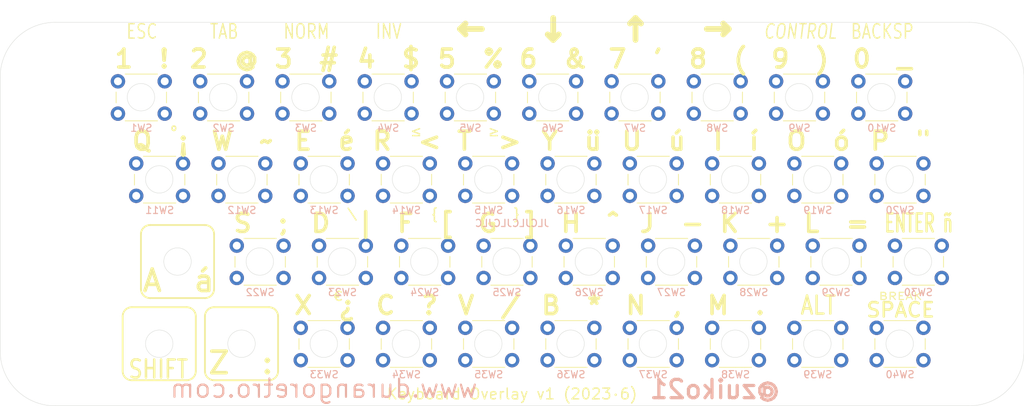
<source format=kicad_pcb>
(kicad_pcb (version 20171130) (host pcbnew 5.1.10-88a1d61d58~90~ubuntu20.04.1)

  (general
    (thickness 1.6)
    (drawings 80)
    (tracks 0)
    (zones 0)
    (modules 41)
    (nets 14)
  )

  (page A4)
  (layers
    (0 F.Cu signal)
    (31 B.Cu signal)
    (32 B.Adhes user hide)
    (33 F.Adhes user hide)
    (34 B.Paste user hide)
    (35 F.Paste user hide)
    (36 B.SilkS user)
    (37 F.SilkS user)
    (38 B.Mask user hide)
    (39 F.Mask user hide)
    (40 Dwgs.User user hide)
    (41 Cmts.User user hide)
    (42 Eco1.User user hide)
    (43 Eco2.User user hide)
    (44 Edge.Cuts user)
    (45 Margin user hide)
    (46 B.CrtYd user hide)
    (47 F.CrtYd user hide)
    (48 B.Fab user hide)
    (49 F.Fab user hide)
  )

  (setup
    (last_trace_width 0.15)
    (user_trace_width 0.15)
    (user_trace_width 0.3)
    (user_trace_width 0.5)
    (user_trace_width 1)
    (trace_clearance 0.15)
    (zone_clearance 0.508)
    (zone_45_only no)
    (trace_min 0.127)
    (via_size 0.5)
    (via_drill 0.35)
    (via_min_size 0.4)
    (via_min_drill 0.3)
    (user_via 0.5 0.35)
    (user_via 0.7 0.5)
    (user_via 1 0.7)
    (uvia_size 0.3)
    (uvia_drill 0.1)
    (uvias_allowed no)
    (uvia_min_size 0.2)
    (uvia_min_drill 0.1)
    (edge_width 0.05)
    (segment_width 0.2)
    (pcb_text_width 0.3)
    (pcb_text_size 1.5 1.5)
    (mod_edge_width 0.12)
    (mod_text_size 1 1)
    (mod_text_width 0.15)
    (pad_size 1.524 1.524)
    (pad_drill 0.762)
    (pad_to_mask_clearance 0.051)
    (solder_mask_min_width 0.25)
    (aux_axis_origin 0 0)
    (visible_elements FFFFFF7F)
    (pcbplotparams
      (layerselection 0x010fc_ffffffff)
      (usegerberextensions true)
      (usegerberattributes false)
      (usegerberadvancedattributes false)
      (creategerberjobfile false)
      (excludeedgelayer true)
      (linewidth 0.150000)
      (plotframeref false)
      (viasonmask false)
      (mode 1)
      (useauxorigin false)
      (hpglpennumber 1)
      (hpglpenspeed 20)
      (hpglpendiameter 15.000000)
      (psnegative false)
      (psa4output false)
      (plotreference true)
      (plotvalue true)
      (plotinvisibletext false)
      (padsonsilk false)
      (subtractmaskfromsilk true)
      (outputformat 1)
      (mirror false)
      (drillshape 0)
      (scaleselection 1)
      (outputdirectory "gerbers/"))
  )

  (net 0 "")
  (net 1 COL1)
  (net 2 ROW1)
  (net 3 COL2)
  (net 4 COL3)
  (net 5 COL4)
  (net 6 COL5)
  (net 7 ROW4)
  (net 8 ROW2)
  (net 9 ROW5)
  (net 10 ROW3)
  (net 11 ROW7)
  (net 12 ROW6)
  (net 13 ROW8)

  (net_class Default "Esta es la clase de red por defecto."
    (clearance 0.15)
    (trace_width 0.15)
    (via_dia 0.5)
    (via_drill 0.35)
    (uvia_dia 0.3)
    (uvia_drill 0.1)
  )

  (net_class LowZ ""
    (clearance 0.15)
    (trace_width 0.5)
    (via_dia 1)
    (via_drill 0.7)
    (uvia_dia 0.3)
    (uvia_drill 0.1)
    (add_net COL1)
    (add_net COL2)
    (add_net COL3)
    (add_net COL4)
    (add_net COL5)
    (add_net ROW1)
    (add_net ROW2)
    (add_net ROW3)
    (add_net ROW4)
    (add_net ROW5)
    (add_net ROW6)
    (add_net ROW7)
    (add_net ROW8)
  )

  (net_class "LowZ Power" ""
    (clearance 0.15)
    (trace_width 1)
    (via_dia 1)
    (via_drill 0.7)
    (uvia_dia 0.3)
    (uvia_drill 0.1)
  )

  (net_class Power ""
    (clearance 0.15)
    (trace_width 0.3)
    (via_dia 0.7)
    (via_drill 0.5)
    (uvia_dia 0.3)
    (uvia_drill 0.1)
  )

  (module MountingHole:MountingHole_3.2mm_M3_DIN965 (layer F.Cu) (tedit 56D1B4CB) (tstamp 635DC5F5)
    (at 41.91 125.73)
    (descr "Mounting Hole 3.2mm, no annular, M3, DIN965")
    (tags "mounting hole 3.2mm no annular m3 din965")
    (path /63616D2E)
    (attr virtual)
    (fp_text reference H6 (at 0 -3.8) (layer F.SilkS) hide
      (effects (font (size 1 1) (thickness 0.15)))
    )
    (fp_text value " " (at 0 3.8) (layer F.Fab)
      (effects (font (size 1 1) (thickness 0.15)))
    )
    (fp_circle (center 0 0) (end 3.05 0) (layer F.CrtYd) (width 0.05))
    (fp_circle (center 0 0) (end 2.8 0) (layer Cmts.User) (width 0.15))
    (fp_text user %R (at 0.3 0) (layer F.Fab)
      (effects (font (size 1 1) (thickness 0.15)))
    )
    (pad 1 np_thru_hole circle (at 0 0) (size 3.2 3.2) (drill 3.2) (layers *.Cu *.Mask))
  )

  (module Button_Switch_THT:SW_PUSH_6mm (layer F.Cu) (tedit 5A02FE31) (tstamp 635D5D4B)
    (at 165.1 115.57 180)
    (descr https://www.omron.com/ecb/products/pdf/en-b3f.pdf)
    (tags "tact sw push 6mm")
    (path /635EF1D6)
    (fp_text reference SW30 (at 3.25 -2) (layer B.SilkS)
      (effects (font (size 1 1) (thickness 0.15)) (justify mirror))
    )
    (fp_text value "ENTER ñ" (at 3.175 7.62) (layer F.SilkS)
      (effects (font (size 2.5 1.5) (thickness 0.35)))
    )
    (fp_circle (center 3.25 2.25) (end 1.25 2.5) (layer F.Fab) (width 0.1))
    (fp_line (start 6.75 3) (end 6.75 1.5) (layer F.SilkS) (width 0.12))
    (fp_line (start 5.5 -1) (end 1 -1) (layer F.SilkS) (width 0.12))
    (fp_line (start -0.25 1.5) (end -0.25 3) (layer F.SilkS) (width 0.12))
    (fp_line (start 1 5.5) (end 5.5 5.5) (layer F.SilkS) (width 0.12))
    (fp_line (start 8 -1.25) (end 8 5.75) (layer F.CrtYd) (width 0.05))
    (fp_line (start 7.75 6) (end -1.25 6) (layer F.CrtYd) (width 0.05))
    (fp_line (start -1.5 5.75) (end -1.5 -1.25) (layer F.CrtYd) (width 0.05))
    (fp_line (start -1.25 -1.5) (end 7.75 -1.5) (layer F.CrtYd) (width 0.05))
    (fp_line (start -1.5 6) (end -1.25 6) (layer F.CrtYd) (width 0.05))
    (fp_line (start -1.5 5.75) (end -1.5 6) (layer F.CrtYd) (width 0.05))
    (fp_line (start -1.5 -1.5) (end -1.25 -1.5) (layer F.CrtYd) (width 0.05))
    (fp_line (start -1.5 -1.25) (end -1.5 -1.5) (layer F.CrtYd) (width 0.05))
    (fp_line (start 8 -1.5) (end 8 -1.25) (layer F.CrtYd) (width 0.05))
    (fp_line (start 7.75 -1.5) (end 8 -1.5) (layer F.CrtYd) (width 0.05))
    (fp_line (start 8 6) (end 8 5.75) (layer F.CrtYd) (width 0.05))
    (fp_line (start 7.75 6) (end 8 6) (layer F.CrtYd) (width 0.05))
    (fp_line (start 0.25 -0.75) (end 3.25 -0.75) (layer F.Fab) (width 0.1))
    (fp_line (start 0.25 5.25) (end 0.25 -0.75) (layer F.Fab) (width 0.1))
    (fp_line (start 6.25 5.25) (end 0.25 5.25) (layer F.Fab) (width 0.1))
    (fp_line (start 6.25 -0.75) (end 6.25 5.25) (layer F.Fab) (width 0.1))
    (fp_line (start 3.25 -0.75) (end 6.25 -0.75) (layer F.Fab) (width 0.1))
    (fp_text user %R (at 3.25 2.25) (layer F.Fab)
      (effects (font (size 1 1) (thickness 0.15)))
    )
    (pad 1 thru_hole circle (at 6.5 0 270) (size 2 2) (drill 1.1) (layers *.Cu *.Mask)
      (net 11 ROW7))
    (pad 2 thru_hole circle (at 6.5 4.5 270) (size 2 2) (drill 1.1) (layers *.Cu *.Mask)
      (net 1 COL1))
    (pad 1 thru_hole circle (at 0 0 270) (size 2 2) (drill 1.1) (layers *.Cu *.Mask)
      (net 11 ROW7))
    (pad 2 thru_hole circle (at 0 4.5 270) (size 2 2) (drill 1.1) (layers *.Cu *.Mask)
      (net 1 COL1))
    (model ${KISYS3DMOD}/Button_Switch_THT.3dshapes/SW_PUSH_6mm.wrl
      (at (xyz 0 0 0))
      (scale (xyz 1 1 1))
      (rotate (xyz 0 0 0))
    )
  )

  (module Button_Switch_THT:SW_PUSH_6mm (layer F.Cu) (tedit 5A02FE31) (tstamp 635D5DD7)
    (at 105.41 127 180)
    (descr https://www.omron.com/ecb/products/pdf/en-b3f.pdf)
    (tags "tact sw push 6mm")
    (path /635F146A)
    (fp_text reference SW35 (at 3.25 -2) (layer B.SilkS)
      (effects (font (size 1 1) (thickness 0.15)) (justify mirror))
    )
    (fp_text value "V  /" (at 3.175 7.62) (layer F.SilkS)
      (effects (font (size 2.5 2.5) (thickness 0.5)))
    )
    (fp_circle (center 3.25 2.25) (end 1.25 2.5) (layer F.Fab) (width 0.1))
    (fp_line (start 6.75 3) (end 6.75 1.5) (layer F.SilkS) (width 0.12))
    (fp_line (start 5.5 -1) (end 1 -1) (layer F.SilkS) (width 0.12))
    (fp_line (start -0.25 1.5) (end -0.25 3) (layer F.SilkS) (width 0.12))
    (fp_line (start 1 5.5) (end 5.5 5.5) (layer F.SilkS) (width 0.12))
    (fp_line (start 8 -1.25) (end 8 5.75) (layer F.CrtYd) (width 0.05))
    (fp_line (start 7.75 6) (end -1.25 6) (layer F.CrtYd) (width 0.05))
    (fp_line (start -1.5 5.75) (end -1.5 -1.25) (layer F.CrtYd) (width 0.05))
    (fp_line (start -1.25 -1.5) (end 7.75 -1.5) (layer F.CrtYd) (width 0.05))
    (fp_line (start -1.5 6) (end -1.25 6) (layer F.CrtYd) (width 0.05))
    (fp_line (start -1.5 5.75) (end -1.5 6) (layer F.CrtYd) (width 0.05))
    (fp_line (start -1.5 -1.5) (end -1.25 -1.5) (layer F.CrtYd) (width 0.05))
    (fp_line (start -1.5 -1.25) (end -1.5 -1.5) (layer F.CrtYd) (width 0.05))
    (fp_line (start 8 -1.5) (end 8 -1.25) (layer F.CrtYd) (width 0.05))
    (fp_line (start 7.75 -1.5) (end 8 -1.5) (layer F.CrtYd) (width 0.05))
    (fp_line (start 8 6) (end 8 5.75) (layer F.CrtYd) (width 0.05))
    (fp_line (start 7.75 6) (end 8 6) (layer F.CrtYd) (width 0.05))
    (fp_line (start 0.25 -0.75) (end 3.25 -0.75) (layer F.Fab) (width 0.1))
    (fp_line (start 0.25 5.25) (end 0.25 -0.75) (layer F.Fab) (width 0.1))
    (fp_line (start 6.25 5.25) (end 0.25 5.25) (layer F.Fab) (width 0.1))
    (fp_line (start 6.25 -0.75) (end 6.25 5.25) (layer F.Fab) (width 0.1))
    (fp_line (start 3.25 -0.75) (end 6.25 -0.75) (layer F.Fab) (width 0.1))
    (fp_text user %R (at 3.25 2.25) (layer F.Fab)
      (effects (font (size 1 1) (thickness 0.15)))
    )
    (pad 1 thru_hole circle (at 6.5 0 270) (size 2 2) (drill 1.1) (layers *.Cu *.Mask)
      (net 12 ROW6))
    (pad 2 thru_hole circle (at 6.5 4.5 270) (size 2 2) (drill 1.1) (layers *.Cu *.Mask)
      (net 6 COL5))
    (pad 1 thru_hole circle (at 0 0 270) (size 2 2) (drill 1.1) (layers *.Cu *.Mask)
      (net 12 ROW6))
    (pad 2 thru_hole circle (at 0 4.5 270) (size 2 2) (drill 1.1) (layers *.Cu *.Mask)
      (net 6 COL5))
    (model ${KISYS3DMOD}/Button_Switch_THT.3dshapes/SW_PUSH_6mm.wrl
      (at (xyz 0 0 0))
      (scale (xyz 1 1 1))
      (rotate (xyz 0 0 0))
    )
  )

  (module Button_Switch_THT:SW_PUSH_6mm (layer F.Cu) (tedit 5A02FE31) (tstamp 635D5CCF)
    (at 119.38 115.57 180)
    (descr https://www.omron.com/ecb/products/pdf/en-b3f.pdf)
    (tags "tact sw push 6mm")
    (path /635EF1AE)
    (fp_text reference SW26 (at 3.25 -2) (layer B.SilkS)
      (effects (font (size 1 1) (thickness 0.15)) (justify mirror))
    )
    (fp_text value "H  ^" (at 3.175 7.62) (layer F.SilkS)
      (effects (font (size 2.5 2.5) (thickness 0.5)))
    )
    (fp_circle (center 3.25 2.25) (end 1.25 2.5) (layer F.Fab) (width 0.1))
    (fp_line (start 6.75 3) (end 6.75 1.5) (layer F.SilkS) (width 0.12))
    (fp_line (start 5.5 -1) (end 1 -1) (layer F.SilkS) (width 0.12))
    (fp_line (start -0.25 1.5) (end -0.25 3) (layer F.SilkS) (width 0.12))
    (fp_line (start 1 5.5) (end 5.5 5.5) (layer F.SilkS) (width 0.12))
    (fp_line (start 8 -1.25) (end 8 5.75) (layer F.CrtYd) (width 0.05))
    (fp_line (start 7.75 6) (end -1.25 6) (layer F.CrtYd) (width 0.05))
    (fp_line (start -1.5 5.75) (end -1.5 -1.25) (layer F.CrtYd) (width 0.05))
    (fp_line (start -1.25 -1.5) (end 7.75 -1.5) (layer F.CrtYd) (width 0.05))
    (fp_line (start -1.5 6) (end -1.25 6) (layer F.CrtYd) (width 0.05))
    (fp_line (start -1.5 5.75) (end -1.5 6) (layer F.CrtYd) (width 0.05))
    (fp_line (start -1.5 -1.5) (end -1.25 -1.5) (layer F.CrtYd) (width 0.05))
    (fp_line (start -1.5 -1.25) (end -1.5 -1.5) (layer F.CrtYd) (width 0.05))
    (fp_line (start 8 -1.5) (end 8 -1.25) (layer F.CrtYd) (width 0.05))
    (fp_line (start 7.75 -1.5) (end 8 -1.5) (layer F.CrtYd) (width 0.05))
    (fp_line (start 8 6) (end 8 5.75) (layer F.CrtYd) (width 0.05))
    (fp_line (start 7.75 6) (end 8 6) (layer F.CrtYd) (width 0.05))
    (fp_line (start 0.25 -0.75) (end 3.25 -0.75) (layer F.Fab) (width 0.1))
    (fp_line (start 0.25 5.25) (end 0.25 -0.75) (layer F.Fab) (width 0.1))
    (fp_line (start 6.25 5.25) (end 0.25 5.25) (layer F.Fab) (width 0.1))
    (fp_line (start 6.25 -0.75) (end 6.25 5.25) (layer F.Fab) (width 0.1))
    (fp_line (start 3.25 -0.75) (end 6.25 -0.75) (layer F.Fab) (width 0.1))
    (fp_text user %R (at 3.25 2.25) (layer F.Fab)
      (effects (font (size 1 1) (thickness 0.15)))
    )
    (pad 1 thru_hole circle (at 6.5 0 270) (size 2 2) (drill 1.1) (layers *.Cu *.Mask)
      (net 11 ROW7))
    (pad 2 thru_hole circle (at 6.5 4.5 270) (size 2 2) (drill 1.1) (layers *.Cu *.Mask)
      (net 6 COL5))
    (pad 1 thru_hole circle (at 0 0 270) (size 2 2) (drill 1.1) (layers *.Cu *.Mask)
      (net 11 ROW7))
    (pad 2 thru_hole circle (at 0 4.5 270) (size 2 2) (drill 1.1) (layers *.Cu *.Mask)
      (net 6 COL5))
    (model ${KISYS3DMOD}/Button_Switch_THT.3dshapes/SW_PUSH_6mm.wrl
      (at (xyz 0 0 0))
      (scale (xyz 1 1 1))
      (rotate (xyz 0 0 0))
    )
  )

  (module Button_Switch_THT:SW_PUSH_6mm (layer F.Cu) (tedit 5A02FE31) (tstamp 635D5D2C)
    (at 153.67 115.57 180)
    (descr https://www.omron.com/ecb/products/pdf/en-b3f.pdf)
    (tags "tact sw push 6mm")
    (path /635EF1CC)
    (fp_text reference SW29 (at 3.25 -2) (layer B.SilkS)
      (effects (font (size 1 1) (thickness 0.15)) (justify mirror))
    )
    (fp_text value "L  =" (at 3.175 7.62) (layer F.SilkS)
      (effects (font (size 2.5 2.5) (thickness 0.5)))
    )
    (fp_circle (center 3.25 2.25) (end 1.25 2.5) (layer F.Fab) (width 0.1))
    (fp_line (start 6.75 3) (end 6.75 1.5) (layer F.SilkS) (width 0.12))
    (fp_line (start 5.5 -1) (end 1 -1) (layer F.SilkS) (width 0.12))
    (fp_line (start -0.25 1.5) (end -0.25 3) (layer F.SilkS) (width 0.12))
    (fp_line (start 1 5.5) (end 5.5 5.5) (layer F.SilkS) (width 0.12))
    (fp_line (start 8 -1.25) (end 8 5.75) (layer F.CrtYd) (width 0.05))
    (fp_line (start 7.75 6) (end -1.25 6) (layer F.CrtYd) (width 0.05))
    (fp_line (start -1.5 5.75) (end -1.5 -1.25) (layer F.CrtYd) (width 0.05))
    (fp_line (start -1.25 -1.5) (end 7.75 -1.5) (layer F.CrtYd) (width 0.05))
    (fp_line (start -1.5 6) (end -1.25 6) (layer F.CrtYd) (width 0.05))
    (fp_line (start -1.5 5.75) (end -1.5 6) (layer F.CrtYd) (width 0.05))
    (fp_line (start -1.5 -1.5) (end -1.25 -1.5) (layer F.CrtYd) (width 0.05))
    (fp_line (start -1.5 -1.25) (end -1.5 -1.5) (layer F.CrtYd) (width 0.05))
    (fp_line (start 8 -1.5) (end 8 -1.25) (layer F.CrtYd) (width 0.05))
    (fp_line (start 7.75 -1.5) (end 8 -1.5) (layer F.CrtYd) (width 0.05))
    (fp_line (start 8 6) (end 8 5.75) (layer F.CrtYd) (width 0.05))
    (fp_line (start 7.75 6) (end 8 6) (layer F.CrtYd) (width 0.05))
    (fp_line (start 0.25 -0.75) (end 3.25 -0.75) (layer F.Fab) (width 0.1))
    (fp_line (start 0.25 5.25) (end 0.25 -0.75) (layer F.Fab) (width 0.1))
    (fp_line (start 6.25 5.25) (end 0.25 5.25) (layer F.Fab) (width 0.1))
    (fp_line (start 6.25 -0.75) (end 6.25 5.25) (layer F.Fab) (width 0.1))
    (fp_line (start 3.25 -0.75) (end 6.25 -0.75) (layer F.Fab) (width 0.1))
    (fp_text user %R (at 3.25 2.25) (layer F.Fab)
      (effects (font (size 1 1) (thickness 0.15)))
    )
    (pad 1 thru_hole circle (at 6.5 0 270) (size 2 2) (drill 1.1) (layers *.Cu *.Mask)
      (net 11 ROW7))
    (pad 2 thru_hole circle (at 6.5 4.5 270) (size 2 2) (drill 1.1) (layers *.Cu *.Mask)
      (net 3 COL2))
    (pad 1 thru_hole circle (at 0 0 270) (size 2 2) (drill 1.1) (layers *.Cu *.Mask)
      (net 11 ROW7))
    (pad 2 thru_hole circle (at 0 4.5 270) (size 2 2) (drill 1.1) (layers *.Cu *.Mask)
      (net 3 COL2))
    (model ${KISYS3DMOD}/Button_Switch_THT.3dshapes/SW_PUSH_6mm.wrl
      (at (xyz 0 0 0))
      (scale (xyz 1 1 1))
      (rotate (xyz 0 0 0))
    )
  )

  (module Button_Switch_THT:SW_PUSH_6mm (layer F.Cu) (tedit 5A02FE31) (tstamp 635D5DF1)
    (at 116.84 127 180)
    (descr https://www.omron.com/ecb/products/pdf/en-b3f.pdf)
    (tags "tact sw push 6mm")
    (path /635F1474)
    (fp_text reference SW36 (at 3.25 -2) (layer B.SilkS)
      (effects (font (size 1 1) (thickness 0.15)) (justify mirror))
    )
    (fp_text value "B  *" (at 3.175 7.62) (layer F.SilkS)
      (effects (font (size 2.5 2.5) (thickness 0.5)))
    )
    (fp_circle (center 3.25 2.25) (end 1.25 2.5) (layer F.Fab) (width 0.1))
    (fp_line (start 6.75 3) (end 6.75 1.5) (layer F.SilkS) (width 0.12))
    (fp_line (start 5.5 -1) (end 1 -1) (layer F.SilkS) (width 0.12))
    (fp_line (start -0.25 1.5) (end -0.25 3) (layer F.SilkS) (width 0.12))
    (fp_line (start 1 5.5) (end 5.5 5.5) (layer F.SilkS) (width 0.12))
    (fp_line (start 8 -1.25) (end 8 5.75) (layer F.CrtYd) (width 0.05))
    (fp_line (start 7.75 6) (end -1.25 6) (layer F.CrtYd) (width 0.05))
    (fp_line (start -1.5 5.75) (end -1.5 -1.25) (layer F.CrtYd) (width 0.05))
    (fp_line (start -1.25 -1.5) (end 7.75 -1.5) (layer F.CrtYd) (width 0.05))
    (fp_line (start -1.5 6) (end -1.25 6) (layer F.CrtYd) (width 0.05))
    (fp_line (start -1.5 5.75) (end -1.5 6) (layer F.CrtYd) (width 0.05))
    (fp_line (start -1.5 -1.5) (end -1.25 -1.5) (layer F.CrtYd) (width 0.05))
    (fp_line (start -1.5 -1.25) (end -1.5 -1.5) (layer F.CrtYd) (width 0.05))
    (fp_line (start 8 -1.5) (end 8 -1.25) (layer F.CrtYd) (width 0.05))
    (fp_line (start 7.75 -1.5) (end 8 -1.5) (layer F.CrtYd) (width 0.05))
    (fp_line (start 8 6) (end 8 5.75) (layer F.CrtYd) (width 0.05))
    (fp_line (start 7.75 6) (end 8 6) (layer F.CrtYd) (width 0.05))
    (fp_line (start 0.25 -0.75) (end 3.25 -0.75) (layer F.Fab) (width 0.1))
    (fp_line (start 0.25 5.25) (end 0.25 -0.75) (layer F.Fab) (width 0.1))
    (fp_line (start 6.25 5.25) (end 0.25 5.25) (layer F.Fab) (width 0.1))
    (fp_line (start 6.25 -0.75) (end 6.25 5.25) (layer F.Fab) (width 0.1))
    (fp_line (start 3.25 -0.75) (end 6.25 -0.75) (layer F.Fab) (width 0.1))
    (fp_text user %R (at 3.25 2.25) (layer F.Fab)
      (effects (font (size 1 1) (thickness 0.15)))
    )
    (pad 1 thru_hole circle (at 6.5 0 270) (size 2 2) (drill 1.1) (layers *.Cu *.Mask)
      (net 13 ROW8))
    (pad 2 thru_hole circle (at 6.5 4.5 270) (size 2 2) (drill 1.1) (layers *.Cu *.Mask)
      (net 6 COL5))
    (pad 1 thru_hole circle (at 0 0 270) (size 2 2) (drill 1.1) (layers *.Cu *.Mask)
      (net 13 ROW8))
    (pad 2 thru_hole circle (at 0 4.5 270) (size 2 2) (drill 1.1) (layers *.Cu *.Mask)
      (net 6 COL5))
    (model ${KISYS3DMOD}/Button_Switch_THT.3dshapes/SW_PUSH_6mm.wrl
      (at (xyz 0 0 0))
      (scale (xyz 1 1 1))
      (rotate (xyz 0 0 0))
    )
  )

  (module Button_Switch_THT:SW_PUSH_6mm (layer F.Cu) (tedit 5A02FE31) (tstamp 635D5AA1)
    (at 137.16 92.71 180)
    (descr https://www.omron.com/ecb/products/pdf/en-b3f.pdf)
    (tags "tact sw push 6mm")
    (path /635EBC23)
    (fp_text reference SW8 (at 3.25 -2) (layer B.SilkS)
      (effects (font (size 1 1) (thickness 0.15)) (justify mirror))
    )
    (fp_text value "8  (" (at 3.175 7.62) (layer F.SilkS)
      (effects (font (size 2.5 2.5) (thickness 0.5)))
    )
    (fp_circle (center 3.25 2.25) (end 1.25 2.5) (layer F.Fab) (width 0.1))
    (fp_line (start 6.75 3) (end 6.75 1.5) (layer F.SilkS) (width 0.12))
    (fp_line (start 5.5 -1) (end 1 -1) (layer F.SilkS) (width 0.12))
    (fp_line (start -0.25 1.5) (end -0.25 3) (layer F.SilkS) (width 0.12))
    (fp_line (start 1 5.5) (end 5.5 5.5) (layer F.SilkS) (width 0.12))
    (fp_line (start 8 -1.25) (end 8 5.75) (layer F.CrtYd) (width 0.05))
    (fp_line (start 7.75 6) (end -1.25 6) (layer F.CrtYd) (width 0.05))
    (fp_line (start -1.5 5.75) (end -1.5 -1.25) (layer F.CrtYd) (width 0.05))
    (fp_line (start -1.25 -1.5) (end 7.75 -1.5) (layer F.CrtYd) (width 0.05))
    (fp_line (start -1.5 6) (end -1.25 6) (layer F.CrtYd) (width 0.05))
    (fp_line (start -1.5 5.75) (end -1.5 6) (layer F.CrtYd) (width 0.05))
    (fp_line (start -1.5 -1.5) (end -1.25 -1.5) (layer F.CrtYd) (width 0.05))
    (fp_line (start -1.5 -1.25) (end -1.5 -1.5) (layer F.CrtYd) (width 0.05))
    (fp_line (start 8 -1.5) (end 8 -1.25) (layer F.CrtYd) (width 0.05))
    (fp_line (start 7.75 -1.5) (end 8 -1.5) (layer F.CrtYd) (width 0.05))
    (fp_line (start 8 6) (end 8 5.75) (layer F.CrtYd) (width 0.05))
    (fp_line (start 7.75 6) (end 8 6) (layer F.CrtYd) (width 0.05))
    (fp_line (start 0.25 -0.75) (end 3.25 -0.75) (layer F.Fab) (width 0.1))
    (fp_line (start 0.25 5.25) (end 0.25 -0.75) (layer F.Fab) (width 0.1))
    (fp_line (start 6.25 5.25) (end 0.25 5.25) (layer F.Fab) (width 0.1))
    (fp_line (start 6.25 -0.75) (end 6.25 5.25) (layer F.Fab) (width 0.1))
    (fp_line (start 3.25 -0.75) (end 6.25 -0.75) (layer F.Fab) (width 0.1))
    (fp_text user → (at 3.175 12.065) (layer F.SilkS)
      (effects (font (size 4 4) (thickness 0.8)))
    )
    (pad 1 thru_hole circle (at 6.5 0 270) (size 2 2) (drill 1.1) (layers *.Cu *.Mask)
      (net 7 ROW4))
    (pad 2 thru_hole circle (at 6.5 4.5 270) (size 2 2) (drill 1.1) (layers *.Cu *.Mask)
      (net 4 COL3))
    (pad 1 thru_hole circle (at 0 0 270) (size 2 2) (drill 1.1) (layers *.Cu *.Mask)
      (net 7 ROW4))
    (pad 2 thru_hole circle (at 0 4.5 270) (size 2 2) (drill 1.1) (layers *.Cu *.Mask)
      (net 4 COL3))
    (model ${KISYS3DMOD}/Button_Switch_THT.3dshapes/SW_PUSH_6mm.wrl
      (at (xyz 0 0 0))
      (scale (xyz 1 1 1))
      (rotate (xyz 0 0 0))
    )
  )

  (module Button_Switch_THT:SW_PUSH_6mm (layer F.Cu) (tedit 5A02FE31) (tstamp 636961AB)
    (at 148.59 92.71 180)
    (descr https://www.omron.com/ecb/products/pdf/en-b3f.pdf)
    (tags "tact sw push 6mm")
    (path /635EBE63)
    (fp_text reference SW9 (at 3.25 -2) (layer B.SilkS)
      (effects (font (size 1 1) (thickness 0.15)) (justify mirror))
    )
    (fp_text value "9  )" (at 3.175 7.62) (layer F.SilkS)
      (effects (font (size 2.5 2.5) (thickness 0.5)))
    )
    (fp_circle (center 3.25 2.25) (end 1.25 2.5) (layer F.Fab) (width 0.1))
    (fp_line (start 6.75 3) (end 6.75 1.5) (layer F.SilkS) (width 0.12))
    (fp_line (start 5.5 -1) (end 1 -1) (layer F.SilkS) (width 0.12))
    (fp_line (start -0.25 1.5) (end -0.25 3) (layer F.SilkS) (width 0.12))
    (fp_line (start 1 5.5) (end 5.5 5.5) (layer F.SilkS) (width 0.12))
    (fp_line (start 8 -1.25) (end 8 5.75) (layer F.CrtYd) (width 0.05))
    (fp_line (start 7.75 6) (end -1.25 6) (layer F.CrtYd) (width 0.05))
    (fp_line (start -1.5 5.75) (end -1.5 -1.25) (layer F.CrtYd) (width 0.05))
    (fp_line (start -1.25 -1.5) (end 7.75 -1.5) (layer F.CrtYd) (width 0.05))
    (fp_line (start -1.5 6) (end -1.25 6) (layer F.CrtYd) (width 0.05))
    (fp_line (start -1.5 5.75) (end -1.5 6) (layer F.CrtYd) (width 0.05))
    (fp_line (start -1.5 -1.5) (end -1.25 -1.5) (layer F.CrtYd) (width 0.05))
    (fp_line (start -1.5 -1.25) (end -1.5 -1.5) (layer F.CrtYd) (width 0.05))
    (fp_line (start 8 -1.5) (end 8 -1.25) (layer F.CrtYd) (width 0.05))
    (fp_line (start 7.75 -1.5) (end 8 -1.5) (layer F.CrtYd) (width 0.05))
    (fp_line (start 8 6) (end 8 5.75) (layer F.CrtYd) (width 0.05))
    (fp_line (start 7.75 6) (end 8 6) (layer F.CrtYd) (width 0.05))
    (fp_line (start 0.25 -0.75) (end 3.25 -0.75) (layer F.Fab) (width 0.1))
    (fp_line (start 0.25 5.25) (end 0.25 -0.75) (layer F.Fab) (width 0.1))
    (fp_line (start 6.25 5.25) (end 0.25 5.25) (layer F.Fab) (width 0.1))
    (fp_line (start 6.25 -0.75) (end 6.25 5.25) (layer F.Fab) (width 0.1))
    (fp_line (start 3.25 -0.75) (end 6.25 -0.75) (layer F.Fab) (width 0.1))
    (fp_text user CONTROL (at 3.175 11.43) (layer F.SilkS)
      (effects (font (size 2 1.5) (thickness 0.2) italic))
    )
    (pad 1 thru_hole circle (at 6.5 0 270) (size 2 2) (drill 1.1) (layers *.Cu *.Mask)
      (net 7 ROW4))
    (pad 2 thru_hole circle (at 6.5 4.5 270) (size 2 2) (drill 1.1) (layers *.Cu *.Mask)
      (net 3 COL2))
    (pad 1 thru_hole circle (at 0 0 270) (size 2 2) (drill 1.1) (layers *.Cu *.Mask)
      (net 7 ROW4))
    (pad 2 thru_hole circle (at 0 4.5 270) (size 2 2) (drill 1.1) (layers *.Cu *.Mask)
      (net 3 COL2))
    (model ${KISYS3DMOD}/Button_Switch_THT.3dshapes/SW_PUSH_6mm.wrl
      (at (xyz 0 0 0))
      (scale (xyz 1 1 1))
      (rotate (xyz 0 0 0))
    )
  )

  (module Button_Switch_THT:SW_PUSH_6mm (layer F.Cu) (tedit 5A02FE31) (tstamp 635D5B3C)
    (at 82.55 104.14 180)
    (descr https://www.omron.com/ecb/products/pdf/en-b3f.pdf)
    (tags "tact sw push 6mm")
    (path /635ED735)
    (fp_text reference SW13 (at 3.25 -2) (layer B.SilkS)
      (effects (font (size 1 1) (thickness 0.15)) (justify mirror))
    )
    (fp_text value "E  é" (at 3.175 7.62) (layer F.SilkS)
      (effects (font (size 2.5 2.5) (thickness 0.5)))
    )
    (fp_circle (center 3.25 2.25) (end 1.25 2.5) (layer F.Fab) (width 0.1))
    (fp_line (start 6.75 3) (end 6.75 1.5) (layer F.SilkS) (width 0.12))
    (fp_line (start 5.5 -1) (end 1 -1) (layer F.SilkS) (width 0.12))
    (fp_line (start -0.25 1.5) (end -0.25 3) (layer F.SilkS) (width 0.12))
    (fp_line (start 1 5.5) (end 5.5 5.5) (layer F.SilkS) (width 0.12))
    (fp_line (start 8 -1.25) (end 8 5.75) (layer F.CrtYd) (width 0.05))
    (fp_line (start 7.75 6) (end -1.25 6) (layer F.CrtYd) (width 0.05))
    (fp_line (start -1.5 5.75) (end -1.5 -1.25) (layer F.CrtYd) (width 0.05))
    (fp_line (start -1.25 -1.5) (end 7.75 -1.5) (layer F.CrtYd) (width 0.05))
    (fp_line (start -1.5 6) (end -1.25 6) (layer F.CrtYd) (width 0.05))
    (fp_line (start -1.5 5.75) (end -1.5 6) (layer F.CrtYd) (width 0.05))
    (fp_line (start -1.5 -1.5) (end -1.25 -1.5) (layer F.CrtYd) (width 0.05))
    (fp_line (start -1.5 -1.25) (end -1.5 -1.5) (layer F.CrtYd) (width 0.05))
    (fp_line (start 8 -1.5) (end 8 -1.25) (layer F.CrtYd) (width 0.05))
    (fp_line (start 7.75 -1.5) (end 8 -1.5) (layer F.CrtYd) (width 0.05))
    (fp_line (start 8 6) (end 8 5.75) (layer F.CrtYd) (width 0.05))
    (fp_line (start 7.75 6) (end 8 6) (layer F.CrtYd) (width 0.05))
    (fp_line (start 0.25 -0.75) (end 3.25 -0.75) (layer F.Fab) (width 0.1))
    (fp_line (start 0.25 5.25) (end 0.25 -0.75) (layer F.Fab) (width 0.1))
    (fp_line (start 6.25 5.25) (end 0.25 5.25) (layer F.Fab) (width 0.1))
    (fp_line (start 6.25 -0.75) (end 6.25 5.25) (layer F.Fab) (width 0.1))
    (fp_line (start 3.25 -0.75) (end 6.25 -0.75) (layer F.Fab) (width 0.1))
    (fp_text user %R (at 3.25 2.25) (layer F.Fab)
      (effects (font (size 1 1) (thickness 0.15)))
    )
    (pad 1 thru_hole circle (at 6.5 0 270) (size 2 2) (drill 1.1) (layers *.Cu *.Mask)
      (net 8 ROW2))
    (pad 2 thru_hole circle (at 6.5 4.5 270) (size 2 2) (drill 1.1) (layers *.Cu *.Mask)
      (net 4 COL3))
    (pad 1 thru_hole circle (at 0 0 270) (size 2 2) (drill 1.1) (layers *.Cu *.Mask)
      (net 8 ROW2))
    (pad 2 thru_hole circle (at 0 4.5 270) (size 2 2) (drill 1.1) (layers *.Cu *.Mask)
      (net 4 COL3))
    (model ${KISYS3DMOD}/Button_Switch_THT.3dshapes/SW_PUSH_6mm.wrl
      (at (xyz 0 0 0))
      (scale (xyz 1 1 1))
      (rotate (xyz 0 0 0))
    )
  )

  (module Button_Switch_THT:SW_PUSH_6mm (layer F.Cu) (tedit 5A02FE31) (tstamp 635D5C15)
    (at 162.56 104.14 180)
    (descr https://www.omron.com/ecb/products/pdf/en-b3f.pdf)
    (tags "tact sw push 6mm")
    (path /635EC331)
    (fp_text reference SW20 (at 3.25 -2) (layer B.SilkS)
      (effects (font (size 1 1) (thickness 0.15)) (justify mirror))
    )
    (fp_text value "P  \"" (at 3.175 7.62) (layer F.SilkS)
      (effects (font (size 2.5 2.5) (thickness 0.5)))
    )
    (fp_circle (center 3.25 2.25) (end 1.25 2.5) (layer F.Fab) (width 0.1))
    (fp_line (start 6.75 3) (end 6.75 1.5) (layer F.SilkS) (width 0.12))
    (fp_line (start 5.5 -1) (end 1 -1) (layer F.SilkS) (width 0.12))
    (fp_line (start -0.25 1.5) (end -0.25 3) (layer F.SilkS) (width 0.12))
    (fp_line (start 1 5.5) (end 5.5 5.5) (layer F.SilkS) (width 0.12))
    (fp_line (start 8 -1.25) (end 8 5.75) (layer F.CrtYd) (width 0.05))
    (fp_line (start 7.75 6) (end -1.25 6) (layer F.CrtYd) (width 0.05))
    (fp_line (start -1.5 5.75) (end -1.5 -1.25) (layer F.CrtYd) (width 0.05))
    (fp_line (start -1.25 -1.5) (end 7.75 -1.5) (layer F.CrtYd) (width 0.05))
    (fp_line (start -1.5 6) (end -1.25 6) (layer F.CrtYd) (width 0.05))
    (fp_line (start -1.5 5.75) (end -1.5 6) (layer F.CrtYd) (width 0.05))
    (fp_line (start -1.5 -1.5) (end -1.25 -1.5) (layer F.CrtYd) (width 0.05))
    (fp_line (start -1.5 -1.25) (end -1.5 -1.5) (layer F.CrtYd) (width 0.05))
    (fp_line (start 8 -1.5) (end 8 -1.25) (layer F.CrtYd) (width 0.05))
    (fp_line (start 7.75 -1.5) (end 8 -1.5) (layer F.CrtYd) (width 0.05))
    (fp_line (start 8 6) (end 8 5.75) (layer F.CrtYd) (width 0.05))
    (fp_line (start 7.75 6) (end 8 6) (layer F.CrtYd) (width 0.05))
    (fp_line (start 0.25 -0.75) (end 3.25 -0.75) (layer F.Fab) (width 0.1))
    (fp_line (start 0.25 5.25) (end 0.25 -0.75) (layer F.Fab) (width 0.1))
    (fp_line (start 6.25 5.25) (end 0.25 5.25) (layer F.Fab) (width 0.1))
    (fp_line (start 6.25 -0.75) (end 6.25 5.25) (layer F.Fab) (width 0.1))
    (fp_line (start 3.25 -0.75) (end 6.25 -0.75) (layer F.Fab) (width 0.1))
    (fp_text user %R (at 3.25 2.25) (layer F.Fab)
      (effects (font (size 1 1) (thickness 0.15)))
    )
    (pad 1 thru_hole circle (at 6.5 0 270) (size 2 2) (drill 1.1) (layers *.Cu *.Mask)
      (net 9 ROW5))
    (pad 2 thru_hole circle (at 6.5 4.5 270) (size 2 2) (drill 1.1) (layers *.Cu *.Mask)
      (net 1 COL1))
    (pad 1 thru_hole circle (at 0 0 270) (size 2 2) (drill 1.1) (layers *.Cu *.Mask)
      (net 9 ROW5))
    (pad 2 thru_hole circle (at 0 4.5 270) (size 2 2) (drill 1.1) (layers *.Cu *.Mask)
      (net 1 COL1))
    (model ${KISYS3DMOD}/Button_Switch_THT.3dshapes/SW_PUSH_6mm.wrl
      (at (xyz 0 0 0))
      (scale (xyz 1 1 1))
      (rotate (xyz 0 0 0))
    )
  )

  (module Button_Switch_THT:SW_PUSH_6mm (layer F.Cu) (tedit 5A02FE31) (tstamp 635D5BF6)
    (at 151.13 104.14 180)
    (descr https://www.omron.com/ecb/products/pdf/en-b3f.pdf)
    (tags "tact sw push 6mm")
    (path /635EC5BF)
    (fp_text reference SW19 (at 3.25 -2) (layer B.SilkS)
      (effects (font (size 1 1) (thickness 0.15)) (justify mirror))
    )
    (fp_text value "O  ó" (at 3.175 7.62) (layer F.SilkS)
      (effects (font (size 2.5 2.5) (thickness 0.5)))
    )
    (fp_circle (center 3.25 2.25) (end 1.25 2.5) (layer F.Fab) (width 0.1))
    (fp_line (start 6.75 3) (end 6.75 1.5) (layer F.SilkS) (width 0.12))
    (fp_line (start 5.5 -1) (end 1 -1) (layer F.SilkS) (width 0.12))
    (fp_line (start -0.25 1.5) (end -0.25 3) (layer F.SilkS) (width 0.12))
    (fp_line (start 1 5.5) (end 5.5 5.5) (layer F.SilkS) (width 0.12))
    (fp_line (start 8 -1.25) (end 8 5.75) (layer F.CrtYd) (width 0.05))
    (fp_line (start 7.75 6) (end -1.25 6) (layer F.CrtYd) (width 0.05))
    (fp_line (start -1.5 5.75) (end -1.5 -1.25) (layer F.CrtYd) (width 0.05))
    (fp_line (start -1.25 -1.5) (end 7.75 -1.5) (layer F.CrtYd) (width 0.05))
    (fp_line (start -1.5 6) (end -1.25 6) (layer F.CrtYd) (width 0.05))
    (fp_line (start -1.5 5.75) (end -1.5 6) (layer F.CrtYd) (width 0.05))
    (fp_line (start -1.5 -1.5) (end -1.25 -1.5) (layer F.CrtYd) (width 0.05))
    (fp_line (start -1.5 -1.25) (end -1.5 -1.5) (layer F.CrtYd) (width 0.05))
    (fp_line (start 8 -1.5) (end 8 -1.25) (layer F.CrtYd) (width 0.05))
    (fp_line (start 7.75 -1.5) (end 8 -1.5) (layer F.CrtYd) (width 0.05))
    (fp_line (start 8 6) (end 8 5.75) (layer F.CrtYd) (width 0.05))
    (fp_line (start 7.75 6) (end 8 6) (layer F.CrtYd) (width 0.05))
    (fp_line (start 0.25 -0.75) (end 3.25 -0.75) (layer F.Fab) (width 0.1))
    (fp_line (start 0.25 5.25) (end 0.25 -0.75) (layer F.Fab) (width 0.1))
    (fp_line (start 6.25 5.25) (end 0.25 5.25) (layer F.Fab) (width 0.1))
    (fp_line (start 6.25 -0.75) (end 6.25 5.25) (layer F.Fab) (width 0.1))
    (fp_line (start 3.25 -0.75) (end 6.25 -0.75) (layer F.Fab) (width 0.1))
    (fp_text user %R (at 3.25 2.25) (layer F.Fab)
      (effects (font (size 1 1) (thickness 0.15)))
    )
    (pad 1 thru_hole circle (at 6.5 0 270) (size 2 2) (drill 1.1) (layers *.Cu *.Mask)
      (net 9 ROW5))
    (pad 2 thru_hole circle (at 6.5 4.5 270) (size 2 2) (drill 1.1) (layers *.Cu *.Mask)
      (net 3 COL2))
    (pad 1 thru_hole circle (at 0 0 270) (size 2 2) (drill 1.1) (layers *.Cu *.Mask)
      (net 9 ROW5))
    (pad 2 thru_hole circle (at 0 4.5 270) (size 2 2) (drill 1.1) (layers *.Cu *.Mask)
      (net 3 COL2))
    (model ${KISYS3DMOD}/Button_Switch_THT.3dshapes/SW_PUSH_6mm.wrl
      (at (xyz 0 0 0))
      (scale (xyz 1 1 1))
      (rotate (xyz 0 0 0))
    )
  )

  (module Button_Switch_THT:SW_PUSH_6mm (layer F.Cu) (tedit 5A02FE31) (tstamp 635D5BD7)
    (at 139.7 104.14 180)
    (descr https://www.omron.com/ecb/products/pdf/en-b3f.pdf)
    (tags "tact sw push 6mm")
    (path /635EC867)
    (fp_text reference SW18 (at 3.25 -2) (layer B.SilkS)
      (effects (font (size 1 1) (thickness 0.15)) (justify mirror))
    )
    (fp_text value "I  í" (at 3.175 7.62) (layer F.SilkS)
      (effects (font (size 2.5 2.5) (thickness 0.5)))
    )
    (fp_circle (center 3.25 2.25) (end 1.25 2.5) (layer F.Fab) (width 0.1))
    (fp_line (start 6.75 3) (end 6.75 1.5) (layer F.SilkS) (width 0.12))
    (fp_line (start 5.5 -1) (end 1 -1) (layer F.SilkS) (width 0.12))
    (fp_line (start -0.25 1.5) (end -0.25 3) (layer F.SilkS) (width 0.12))
    (fp_line (start 1 5.5) (end 5.5 5.5) (layer F.SilkS) (width 0.12))
    (fp_line (start 8 -1.25) (end 8 5.75) (layer F.CrtYd) (width 0.05))
    (fp_line (start 7.75 6) (end -1.25 6) (layer F.CrtYd) (width 0.05))
    (fp_line (start -1.5 5.75) (end -1.5 -1.25) (layer F.CrtYd) (width 0.05))
    (fp_line (start -1.25 -1.5) (end 7.75 -1.5) (layer F.CrtYd) (width 0.05))
    (fp_line (start -1.5 6) (end -1.25 6) (layer F.CrtYd) (width 0.05))
    (fp_line (start -1.5 5.75) (end -1.5 6) (layer F.CrtYd) (width 0.05))
    (fp_line (start -1.5 -1.5) (end -1.25 -1.5) (layer F.CrtYd) (width 0.05))
    (fp_line (start -1.5 -1.25) (end -1.5 -1.5) (layer F.CrtYd) (width 0.05))
    (fp_line (start 8 -1.5) (end 8 -1.25) (layer F.CrtYd) (width 0.05))
    (fp_line (start 7.75 -1.5) (end 8 -1.5) (layer F.CrtYd) (width 0.05))
    (fp_line (start 8 6) (end 8 5.75) (layer F.CrtYd) (width 0.05))
    (fp_line (start 7.75 6) (end 8 6) (layer F.CrtYd) (width 0.05))
    (fp_line (start 0.25 -0.75) (end 3.25 -0.75) (layer F.Fab) (width 0.1))
    (fp_line (start 0.25 5.25) (end 0.25 -0.75) (layer F.Fab) (width 0.1))
    (fp_line (start 6.25 5.25) (end 0.25 5.25) (layer F.Fab) (width 0.1))
    (fp_line (start 6.25 -0.75) (end 6.25 5.25) (layer F.Fab) (width 0.1))
    (fp_line (start 3.25 -0.75) (end 6.25 -0.75) (layer F.Fab) (width 0.1))
    (fp_text user %R (at 3.25 2.25) (layer F.Fab)
      (effects (font (size 1 1) (thickness 0.15)))
    )
    (pad 1 thru_hole circle (at 6.5 0 270) (size 2 2) (drill 1.1) (layers *.Cu *.Mask)
      (net 9 ROW5))
    (pad 2 thru_hole circle (at 6.5 4.5 270) (size 2 2) (drill 1.1) (layers *.Cu *.Mask)
      (net 4 COL3))
    (pad 1 thru_hole circle (at 0 0 270) (size 2 2) (drill 1.1) (layers *.Cu *.Mask)
      (net 9 ROW5))
    (pad 2 thru_hole circle (at 0 4.5 270) (size 2 2) (drill 1.1) (layers *.Cu *.Mask)
      (net 4 COL3))
    (model ${KISYS3DMOD}/Button_Switch_THT.3dshapes/SW_PUSH_6mm.wrl
      (at (xyz 0 0 0))
      (scale (xyz 1 1 1))
      (rotate (xyz 0 0 0))
    )
  )

  (module Button_Switch_THT:SW_PUSH_6mm (layer F.Cu) (tedit 5A02FE31) (tstamp 635D5BB8)
    (at 128.27 104.14 180)
    (descr https://www.omron.com/ecb/products/pdf/en-b3f.pdf)
    (tags "tact sw push 6mm")
    (path /635ECB29)
    (fp_text reference SW17 (at 3.25 -2) (layer B.SilkS)
      (effects (font (size 1 1) (thickness 0.15)) (justify mirror))
    )
    (fp_text value "U  ú" (at 3.175 7.62) (layer F.SilkS)
      (effects (font (size 2.5 2.5) (thickness 0.5)))
    )
    (fp_circle (center 3.25 2.25) (end 1.25 2.5) (layer F.Fab) (width 0.1))
    (fp_line (start 6.75 3) (end 6.75 1.5) (layer F.SilkS) (width 0.12))
    (fp_line (start 5.5 -1) (end 1 -1) (layer F.SilkS) (width 0.12))
    (fp_line (start -0.25 1.5) (end -0.25 3) (layer F.SilkS) (width 0.12))
    (fp_line (start 1 5.5) (end 5.5 5.5) (layer F.SilkS) (width 0.12))
    (fp_line (start 8 -1.25) (end 8 5.75) (layer F.CrtYd) (width 0.05))
    (fp_line (start 7.75 6) (end -1.25 6) (layer F.CrtYd) (width 0.05))
    (fp_line (start -1.5 5.75) (end -1.5 -1.25) (layer F.CrtYd) (width 0.05))
    (fp_line (start -1.25 -1.5) (end 7.75 -1.5) (layer F.CrtYd) (width 0.05))
    (fp_line (start -1.5 6) (end -1.25 6) (layer F.CrtYd) (width 0.05))
    (fp_line (start -1.5 5.75) (end -1.5 6) (layer F.CrtYd) (width 0.05))
    (fp_line (start -1.5 -1.5) (end -1.25 -1.5) (layer F.CrtYd) (width 0.05))
    (fp_line (start -1.5 -1.25) (end -1.5 -1.5) (layer F.CrtYd) (width 0.05))
    (fp_line (start 8 -1.5) (end 8 -1.25) (layer F.CrtYd) (width 0.05))
    (fp_line (start 7.75 -1.5) (end 8 -1.5) (layer F.CrtYd) (width 0.05))
    (fp_line (start 8 6) (end 8 5.75) (layer F.CrtYd) (width 0.05))
    (fp_line (start 7.75 6) (end 8 6) (layer F.CrtYd) (width 0.05))
    (fp_line (start 0.25 -0.75) (end 3.25 -0.75) (layer F.Fab) (width 0.1))
    (fp_line (start 0.25 5.25) (end 0.25 -0.75) (layer F.Fab) (width 0.1))
    (fp_line (start 6.25 5.25) (end 0.25 5.25) (layer F.Fab) (width 0.1))
    (fp_line (start 6.25 -0.75) (end 6.25 5.25) (layer F.Fab) (width 0.1))
    (fp_line (start 3.25 -0.75) (end 6.25 -0.75) (layer F.Fab) (width 0.1))
    (fp_text user %R (at 3.25 2.25) (layer F.Fab)
      (effects (font (size 1 1) (thickness 0.15)))
    )
    (pad 1 thru_hole circle (at 6.5 0 270) (size 2 2) (drill 1.1) (layers *.Cu *.Mask)
      (net 9 ROW5))
    (pad 2 thru_hole circle (at 6.5 4.5 270) (size 2 2) (drill 1.1) (layers *.Cu *.Mask)
      (net 5 COL4))
    (pad 1 thru_hole circle (at 0 0 270) (size 2 2) (drill 1.1) (layers *.Cu *.Mask)
      (net 9 ROW5))
    (pad 2 thru_hole circle (at 0 4.5 270) (size 2 2) (drill 1.1) (layers *.Cu *.Mask)
      (net 5 COL4))
    (model ${KISYS3DMOD}/Button_Switch_THT.3dshapes/SW_PUSH_6mm.wrl
      (at (xyz 0 0 0))
      (scale (xyz 1 1 1))
      (rotate (xyz 0 0 0))
    )
  )

  (module Button_Switch_THT:SW_PUSH_6mm (layer F.Cu) (tedit 5A02FE31) (tstamp 635D5B99)
    (at 116.84 104.14 180)
    (descr https://www.omron.com/ecb/products/pdf/en-b3f.pdf)
    (tags "tact sw push 6mm")
    (path /635ECE05)
    (fp_text reference SW16 (at 3.25 -2) (layer B.SilkS)
      (effects (font (size 1 1) (thickness 0.15)) (justify mirror))
    )
    (fp_text value "Y  ü" (at 3.175 7.62) (layer F.SilkS)
      (effects (font (size 2.5 2.5) (thickness 0.5)))
    )
    (fp_circle (center 3.25 2.25) (end 1.25 2.5) (layer F.Fab) (width 0.1))
    (fp_line (start 6.75 3) (end 6.75 1.5) (layer F.SilkS) (width 0.12))
    (fp_line (start 5.5 -1) (end 1 -1) (layer F.SilkS) (width 0.12))
    (fp_line (start -0.25 1.5) (end -0.25 3) (layer F.SilkS) (width 0.12))
    (fp_line (start 1 5.5) (end 5.5 5.5) (layer F.SilkS) (width 0.12))
    (fp_line (start 8 -1.25) (end 8 5.75) (layer F.CrtYd) (width 0.05))
    (fp_line (start 7.75 6) (end -1.25 6) (layer F.CrtYd) (width 0.05))
    (fp_line (start -1.5 5.75) (end -1.5 -1.25) (layer F.CrtYd) (width 0.05))
    (fp_line (start -1.25 -1.5) (end 7.75 -1.5) (layer F.CrtYd) (width 0.05))
    (fp_line (start -1.5 6) (end -1.25 6) (layer F.CrtYd) (width 0.05))
    (fp_line (start -1.5 5.75) (end -1.5 6) (layer F.CrtYd) (width 0.05))
    (fp_line (start -1.5 -1.5) (end -1.25 -1.5) (layer F.CrtYd) (width 0.05))
    (fp_line (start -1.5 -1.25) (end -1.5 -1.5) (layer F.CrtYd) (width 0.05))
    (fp_line (start 8 -1.5) (end 8 -1.25) (layer F.CrtYd) (width 0.05))
    (fp_line (start 7.75 -1.5) (end 8 -1.5) (layer F.CrtYd) (width 0.05))
    (fp_line (start 8 6) (end 8 5.75) (layer F.CrtYd) (width 0.05))
    (fp_line (start 7.75 6) (end 8 6) (layer F.CrtYd) (width 0.05))
    (fp_line (start 0.25 -0.75) (end 3.25 -0.75) (layer F.Fab) (width 0.1))
    (fp_line (start 0.25 5.25) (end 0.25 -0.75) (layer F.Fab) (width 0.1))
    (fp_line (start 6.25 5.25) (end 0.25 5.25) (layer F.Fab) (width 0.1))
    (fp_line (start 6.25 -0.75) (end 6.25 5.25) (layer F.Fab) (width 0.1))
    (fp_line (start 3.25 -0.75) (end 6.25 -0.75) (layer F.Fab) (width 0.1))
    (fp_text user %R (at 3.25 2.25) (layer F.Fab)
      (effects (font (size 1 1) (thickness 0.15)))
    )
    (pad 1 thru_hole circle (at 6.5 0 270) (size 2 2) (drill 1.1) (layers *.Cu *.Mask)
      (net 9 ROW5))
    (pad 2 thru_hole circle (at 6.5 4.5 270) (size 2 2) (drill 1.1) (layers *.Cu *.Mask)
      (net 6 COL5))
    (pad 1 thru_hole circle (at 0 0 270) (size 2 2) (drill 1.1) (layers *.Cu *.Mask)
      (net 9 ROW5))
    (pad 2 thru_hole circle (at 0 4.5 270) (size 2 2) (drill 1.1) (layers *.Cu *.Mask)
      (net 6 COL5))
    (model ${KISYS3DMOD}/Button_Switch_THT.3dshapes/SW_PUSH_6mm.wrl
      (at (xyz 0 0 0))
      (scale (xyz 1 1 1))
      (rotate (xyz 0 0 0))
    )
  )

  (module Button_Switch_THT:SW_PUSH_6mm (layer F.Cu) (tedit 5A02FE31) (tstamp 635D5B7A)
    (at 105.41 104.14 180)
    (descr https://www.omron.com/ecb/products/pdf/en-b3f.pdf)
    (tags "tact sw push 6mm")
    (path /635ED0FB)
    (fp_text reference SW15 (at 3.25 -2) (layer B.SilkS)
      (effects (font (size 1 1) (thickness 0.15)) (justify mirror))
    )
    (fp_text value "T  >" (at 3.175 7.62) (layer F.SilkS)
      (effects (font (size 2.5 2.5) (thickness 0.5)))
    )
    (fp_circle (center 3.25 2.25) (end 1.25 2.5) (layer F.Fab) (width 0.1))
    (fp_line (start 6.75 3) (end 6.75 1.5) (layer F.SilkS) (width 0.12))
    (fp_line (start 5.5 -1) (end 1 -1) (layer F.SilkS) (width 0.12))
    (fp_line (start -0.25 1.5) (end -0.25 3) (layer F.SilkS) (width 0.12))
    (fp_line (start 1 5.5) (end 5.5 5.5) (layer F.SilkS) (width 0.12))
    (fp_line (start 8 -1.25) (end 8 5.75) (layer F.CrtYd) (width 0.05))
    (fp_line (start 7.75 6) (end -1.25 6) (layer F.CrtYd) (width 0.05))
    (fp_line (start -1.5 5.75) (end -1.5 -1.25) (layer F.CrtYd) (width 0.05))
    (fp_line (start -1.25 -1.5) (end 7.75 -1.5) (layer F.CrtYd) (width 0.05))
    (fp_line (start -1.5 6) (end -1.25 6) (layer F.CrtYd) (width 0.05))
    (fp_line (start -1.5 5.75) (end -1.5 6) (layer F.CrtYd) (width 0.05))
    (fp_line (start -1.5 -1.5) (end -1.25 -1.5) (layer F.CrtYd) (width 0.05))
    (fp_line (start -1.5 -1.25) (end -1.5 -1.5) (layer F.CrtYd) (width 0.05))
    (fp_line (start 8 -1.5) (end 8 -1.25) (layer F.CrtYd) (width 0.05))
    (fp_line (start 7.75 -1.5) (end 8 -1.5) (layer F.CrtYd) (width 0.05))
    (fp_line (start 8 6) (end 8 5.75) (layer F.CrtYd) (width 0.05))
    (fp_line (start 7.75 6) (end 8 6) (layer F.CrtYd) (width 0.05))
    (fp_line (start 0.25 -0.75) (end 3.25 -0.75) (layer F.Fab) (width 0.1))
    (fp_line (start 0.25 5.25) (end 0.25 -0.75) (layer F.Fab) (width 0.1))
    (fp_line (start 6.25 5.25) (end 0.25 5.25) (layer F.Fab) (width 0.1))
    (fp_line (start 6.25 -0.75) (end 6.25 5.25) (layer F.Fab) (width 0.1))
    (fp_line (start 3.25 -0.75) (end 6.25 -0.75) (layer F.Fab) (width 0.1))
    (fp_text user ≥ (at 2.54 8.89) (layer F.SilkS)
      (effects (font (size 1.27 1.27) (thickness 0.2)))
    )
    (pad 1 thru_hole circle (at 6.5 0 270) (size 2 2) (drill 1.1) (layers *.Cu *.Mask)
      (net 8 ROW2))
    (pad 2 thru_hole circle (at 6.5 4.5 270) (size 2 2) (drill 1.1) (layers *.Cu *.Mask)
      (net 6 COL5))
    (pad 1 thru_hole circle (at 0 0 270) (size 2 2) (drill 1.1) (layers *.Cu *.Mask)
      (net 8 ROW2))
    (pad 2 thru_hole circle (at 0 4.5 270) (size 2 2) (drill 1.1) (layers *.Cu *.Mask)
      (net 6 COL5))
    (model ${KISYS3DMOD}/Button_Switch_THT.3dshapes/SW_PUSH_6mm.wrl
      (at (xyz 0 0 0))
      (scale (xyz 1 1 1))
      (rotate (xyz 0 0 0))
    )
  )

  (module Button_Switch_THT:SW_PUSH_6mm (layer F.Cu) (tedit 5A02FE31) (tstamp 635D5B5B)
    (at 93.98 104.14 180)
    (descr https://www.omron.com/ecb/products/pdf/en-b3f.pdf)
    (tags "tact sw push 6mm")
    (path /635ED40B)
    (fp_text reference SW14 (at 3.25 -2) (layer B.SilkS)
      (effects (font (size 1 1) (thickness 0.15)) (justify mirror))
    )
    (fp_text value "R  <" (at 3.175 7.62) (layer F.SilkS)
      (effects (font (size 2.5 2.5) (thickness 0.5)))
    )
    (fp_circle (center 3.25 2.25) (end 1.25 2.5) (layer F.Fab) (width 0.1))
    (fp_line (start 6.75 3) (end 6.75 1.5) (layer F.SilkS) (width 0.12))
    (fp_line (start 5.5 -1) (end 1 -1) (layer F.SilkS) (width 0.12))
    (fp_line (start -0.25 1.5) (end -0.25 3) (layer F.SilkS) (width 0.12))
    (fp_line (start 1 5.5) (end 5.5 5.5) (layer F.SilkS) (width 0.12))
    (fp_line (start 8 -1.25) (end 8 5.75) (layer F.CrtYd) (width 0.05))
    (fp_line (start 7.75 6) (end -1.25 6) (layer F.CrtYd) (width 0.05))
    (fp_line (start -1.5 5.75) (end -1.5 -1.25) (layer F.CrtYd) (width 0.05))
    (fp_line (start -1.25 -1.5) (end 7.75 -1.5) (layer F.CrtYd) (width 0.05))
    (fp_line (start -1.5 6) (end -1.25 6) (layer F.CrtYd) (width 0.05))
    (fp_line (start -1.5 5.75) (end -1.5 6) (layer F.CrtYd) (width 0.05))
    (fp_line (start -1.5 -1.5) (end -1.25 -1.5) (layer F.CrtYd) (width 0.05))
    (fp_line (start -1.5 -1.25) (end -1.5 -1.5) (layer F.CrtYd) (width 0.05))
    (fp_line (start 8 -1.5) (end 8 -1.25) (layer F.CrtYd) (width 0.05))
    (fp_line (start 7.75 -1.5) (end 8 -1.5) (layer F.CrtYd) (width 0.05))
    (fp_line (start 8 6) (end 8 5.75) (layer F.CrtYd) (width 0.05))
    (fp_line (start 7.75 6) (end 8 6) (layer F.CrtYd) (width 0.05))
    (fp_line (start 0.25 -0.75) (end 3.25 -0.75) (layer F.Fab) (width 0.1))
    (fp_line (start 0.25 5.25) (end 0.25 -0.75) (layer F.Fab) (width 0.1))
    (fp_line (start 6.25 5.25) (end 0.25 5.25) (layer F.Fab) (width 0.1))
    (fp_line (start 6.25 -0.75) (end 6.25 5.25) (layer F.Fab) (width 0.1))
    (fp_line (start 3.25 -0.75) (end 6.25 -0.75) (layer F.Fab) (width 0.1))
    (fp_text user ≤ (at 1.905 8.89) (layer F.SilkS)
      (effects (font (size 1.27 1.27) (thickness 0.2)))
    )
    (pad 1 thru_hole circle (at 6.5 0 270) (size 2 2) (drill 1.1) (layers *.Cu *.Mask)
      (net 8 ROW2))
    (pad 2 thru_hole circle (at 6.5 4.5 270) (size 2 2) (drill 1.1) (layers *.Cu *.Mask)
      (net 5 COL4))
    (pad 1 thru_hole circle (at 0 0 270) (size 2 2) (drill 1.1) (layers *.Cu *.Mask)
      (net 8 ROW2))
    (pad 2 thru_hole circle (at 0 4.5 270) (size 2 2) (drill 1.1) (layers *.Cu *.Mask)
      (net 5 COL4))
    (model ${KISYS3DMOD}/Button_Switch_THT.3dshapes/SW_PUSH_6mm.wrl
      (at (xyz 0 0 0))
      (scale (xyz 1 1 1))
      (rotate (xyz 0 0 0))
    )
  )

  (module Button_Switch_THT:SW_PUSH_6mm (layer F.Cu) (tedit 5A02FE31) (tstamp 635D5A82)
    (at 125.73 92.71 180)
    (descr https://www.omron.com/ecb/products/pdf/en-b3f.pdf)
    (tags "tact sw push 6mm")
    (path /635EB188)
    (fp_text reference SW7 (at 3.25 -2) (layer B.SilkS)
      (effects (font (size 1 1) (thickness 0.15)) (justify mirror))
    )
    (fp_text value "7  '" (at 3.175 7.62) (layer F.SilkS)
      (effects (font (size 2.5 2.5) (thickness 0.5)))
    )
    (fp_circle (center 3.25 2.25) (end 1.25 2.5) (layer F.Fab) (width 0.1))
    (fp_line (start 6.75 3) (end 6.75 1.5) (layer F.SilkS) (width 0.12))
    (fp_line (start 5.5 -1) (end 1 -1) (layer F.SilkS) (width 0.12))
    (fp_line (start -0.25 1.5) (end -0.25 3) (layer F.SilkS) (width 0.12))
    (fp_line (start 1 5.5) (end 5.5 5.5) (layer F.SilkS) (width 0.12))
    (fp_line (start 8 -1.25) (end 8 5.75) (layer F.CrtYd) (width 0.05))
    (fp_line (start 7.75 6) (end -1.25 6) (layer F.CrtYd) (width 0.05))
    (fp_line (start -1.5 5.75) (end -1.5 -1.25) (layer F.CrtYd) (width 0.05))
    (fp_line (start -1.25 -1.5) (end 7.75 -1.5) (layer F.CrtYd) (width 0.05))
    (fp_line (start -1.5 6) (end -1.25 6) (layer F.CrtYd) (width 0.05))
    (fp_line (start -1.5 5.75) (end -1.5 6) (layer F.CrtYd) (width 0.05))
    (fp_line (start -1.5 -1.5) (end -1.25 -1.5) (layer F.CrtYd) (width 0.05))
    (fp_line (start -1.5 -1.25) (end -1.5 -1.5) (layer F.CrtYd) (width 0.05))
    (fp_line (start 8 -1.5) (end 8 -1.25) (layer F.CrtYd) (width 0.05))
    (fp_line (start 7.75 -1.5) (end 8 -1.5) (layer F.CrtYd) (width 0.05))
    (fp_line (start 8 6) (end 8 5.75) (layer F.CrtYd) (width 0.05))
    (fp_line (start 7.75 6) (end 8 6) (layer F.CrtYd) (width 0.05))
    (fp_line (start 0.25 -0.75) (end 3.25 -0.75) (layer F.Fab) (width 0.1))
    (fp_line (start 0.25 5.25) (end 0.25 -0.75) (layer F.Fab) (width 0.1))
    (fp_line (start 6.25 5.25) (end 0.25 5.25) (layer F.Fab) (width 0.1))
    (fp_line (start 6.25 -0.75) (end 6.25 5.25) (layer F.Fab) (width 0.1))
    (fp_line (start 3.25 -0.75) (end 6.25 -0.75) (layer F.Fab) (width 0.1))
    (fp_text user ↑ (at 3.175 12.065) (layer F.SilkS)
      (effects (font (size 4 4) (thickness 0.8)))
    )
    (pad 1 thru_hole circle (at 6.5 0 270) (size 2 2) (drill 1.1) (layers *.Cu *.Mask)
      (net 7 ROW4))
    (pad 2 thru_hole circle (at 6.5 4.5 270) (size 2 2) (drill 1.1) (layers *.Cu *.Mask)
      (net 5 COL4))
    (pad 1 thru_hole circle (at 0 0 270) (size 2 2) (drill 1.1) (layers *.Cu *.Mask)
      (net 7 ROW4))
    (pad 2 thru_hole circle (at 0 4.5 270) (size 2 2) (drill 1.1) (layers *.Cu *.Mask)
      (net 5 COL4))
    (model ${KISYS3DMOD}/Button_Switch_THT.3dshapes/SW_PUSH_6mm.wrl
      (at (xyz 0 0 0))
      (scale (xyz 1 1 1))
      (rotate (xyz 0 0 0))
    )
  )

  (module Button_Switch_THT:SW_PUSH_6mm (layer F.Cu) (tedit 5A02FE31) (tstamp 6454EF3C)
    (at 114.3 92.71 180)
    (descr https://www.omron.com/ecb/products/pdf/en-b3f.pdf)
    (tags "tact sw push 6mm")
    (path /635EAF77)
    (fp_text reference SW6 (at 3.25 -2) (layer B.SilkS)
      (effects (font (size 1 1) (thickness 0.15)) (justify mirror))
    )
    (fp_text value "6  &" (at 3.175 7.62) (layer F.SilkS)
      (effects (font (size 2.5 2.5) (thickness 0.5)))
    )
    (fp_circle (center 3.25 2.25) (end 1.25 2.5) (layer F.Fab) (width 0.1))
    (fp_line (start 6.75 3) (end 6.75 1.5) (layer F.SilkS) (width 0.12))
    (fp_line (start 5.5 -1) (end 1 -1) (layer F.SilkS) (width 0.12))
    (fp_line (start -0.25 1.5) (end -0.25 3) (layer F.SilkS) (width 0.12))
    (fp_line (start 1 5.5) (end 5.5 5.5) (layer F.SilkS) (width 0.12))
    (fp_line (start 8 -1.25) (end 8 5.75) (layer F.CrtYd) (width 0.05))
    (fp_line (start 7.75 6) (end -1.25 6) (layer F.CrtYd) (width 0.05))
    (fp_line (start -1.5 5.75) (end -1.5 -1.25) (layer F.CrtYd) (width 0.05))
    (fp_line (start -1.25 -1.5) (end 7.75 -1.5) (layer F.CrtYd) (width 0.05))
    (fp_line (start -1.5 6) (end -1.25 6) (layer F.CrtYd) (width 0.05))
    (fp_line (start -1.5 5.75) (end -1.5 6) (layer F.CrtYd) (width 0.05))
    (fp_line (start -1.5 -1.5) (end -1.25 -1.5) (layer F.CrtYd) (width 0.05))
    (fp_line (start -1.5 -1.25) (end -1.5 -1.5) (layer F.CrtYd) (width 0.05))
    (fp_line (start 8 -1.5) (end 8 -1.25) (layer F.CrtYd) (width 0.05))
    (fp_line (start 7.75 -1.5) (end 8 -1.5) (layer F.CrtYd) (width 0.05))
    (fp_line (start 8 6) (end 8 5.75) (layer F.CrtYd) (width 0.05))
    (fp_line (start 7.75 6) (end 8 6) (layer F.CrtYd) (width 0.05))
    (fp_line (start 0.25 -0.75) (end 3.25 -0.75) (layer F.Fab) (width 0.1))
    (fp_line (start 0.25 5.25) (end 0.25 -0.75) (layer F.Fab) (width 0.1))
    (fp_line (start 6.25 5.25) (end 0.25 5.25) (layer F.Fab) (width 0.1))
    (fp_line (start 6.25 -0.75) (end 6.25 5.25) (layer F.Fab) (width 0.1))
    (fp_line (start 3.25 -0.75) (end 6.25 -0.75) (layer F.Fab) (width 0.1))
    (fp_text user ↓ (at 3.175 12.065) (layer F.SilkS)
      (effects (font (size 4 4) (thickness 0.8)))
    )
    (pad 1 thru_hole circle (at 6.5 0 270) (size 2 2) (drill 1.1) (layers *.Cu *.Mask)
      (net 7 ROW4))
    (pad 2 thru_hole circle (at 6.5 4.5 270) (size 2 2) (drill 1.1) (layers *.Cu *.Mask)
      (net 6 COL5))
    (pad 1 thru_hole circle (at 0 0 270) (size 2 2) (drill 1.1) (layers *.Cu *.Mask)
      (net 7 ROW4))
    (pad 2 thru_hole circle (at 0 4.5 270) (size 2 2) (drill 1.1) (layers *.Cu *.Mask)
      (net 6 COL5))
    (model ${KISYS3DMOD}/Button_Switch_THT.3dshapes/SW_PUSH_6mm.wrl
      (at (xyz 0 0 0))
      (scale (xyz 1 1 1))
      (rotate (xyz 0 0 0))
    )
  )

  (module Button_Switch_THT:SW_PUSH_6mm (layer F.Cu) (tedit 5A02FE31) (tstamp 635D5C53)
    (at 73.66 115.57 180)
    (descr https://www.omron.com/ecb/products/pdf/en-b3f.pdf)
    (tags "tact sw push 6mm")
    (path /635EE4E1)
    (fp_text reference SW22 (at 3.25 -2) (layer B.SilkS)
      (effects (font (size 1 1) (thickness 0.15)) (justify mirror))
    )
    (fp_text value "S  ;" (at 3.175 7.62) (layer F.SilkS)
      (effects (font (size 2.5 2.5) (thickness 0.5)))
    )
    (fp_circle (center 3.25 2.25) (end 1.25 2.5) (layer F.Fab) (width 0.1))
    (fp_line (start 6.75 3) (end 6.75 1.5) (layer F.SilkS) (width 0.12))
    (fp_line (start 5.5 -1) (end 1 -1) (layer F.SilkS) (width 0.12))
    (fp_line (start -0.25 1.5) (end -0.25 3) (layer F.SilkS) (width 0.12))
    (fp_line (start 1 5.5) (end 5.5 5.5) (layer F.SilkS) (width 0.12))
    (fp_line (start 8 -1.25) (end 8 5.75) (layer F.CrtYd) (width 0.05))
    (fp_line (start 7.75 6) (end -1.25 6) (layer F.CrtYd) (width 0.05))
    (fp_line (start -1.5 5.75) (end -1.5 -1.25) (layer F.CrtYd) (width 0.05))
    (fp_line (start -1.25 -1.5) (end 7.75 -1.5) (layer F.CrtYd) (width 0.05))
    (fp_line (start -1.5 6) (end -1.25 6) (layer F.CrtYd) (width 0.05))
    (fp_line (start -1.5 5.75) (end -1.5 6) (layer F.CrtYd) (width 0.05))
    (fp_line (start -1.5 -1.5) (end -1.25 -1.5) (layer F.CrtYd) (width 0.05))
    (fp_line (start -1.5 -1.25) (end -1.5 -1.5) (layer F.CrtYd) (width 0.05))
    (fp_line (start 8 -1.5) (end 8 -1.25) (layer F.CrtYd) (width 0.05))
    (fp_line (start 7.75 -1.5) (end 8 -1.5) (layer F.CrtYd) (width 0.05))
    (fp_line (start 8 6) (end 8 5.75) (layer F.CrtYd) (width 0.05))
    (fp_line (start 7.75 6) (end 8 6) (layer F.CrtYd) (width 0.05))
    (fp_line (start 0.25 -0.75) (end 3.25 -0.75) (layer F.Fab) (width 0.1))
    (fp_line (start 0.25 5.25) (end 0.25 -0.75) (layer F.Fab) (width 0.1))
    (fp_line (start 6.25 5.25) (end 0.25 5.25) (layer F.Fab) (width 0.1))
    (fp_line (start 6.25 -0.75) (end 6.25 5.25) (layer F.Fab) (width 0.1))
    (fp_line (start 3.25 -0.75) (end 6.25 -0.75) (layer F.Fab) (width 0.1))
    (fp_text user %R (at 3.25 2.25) (layer F.Fab)
      (effects (font (size 1 1) (thickness 0.15)))
    )
    (pad 1 thru_hole circle (at 6.5 0 270) (size 2 2) (drill 1.1) (layers *.Cu *.Mask)
      (net 10 ROW3))
    (pad 2 thru_hole circle (at 6.5 4.5 270) (size 2 2) (drill 1.1) (layers *.Cu *.Mask)
      (net 3 COL2))
    (pad 1 thru_hole circle (at 0 0 270) (size 2 2) (drill 1.1) (layers *.Cu *.Mask)
      (net 10 ROW3))
    (pad 2 thru_hole circle (at 0 4.5 270) (size 2 2) (drill 1.1) (layers *.Cu *.Mask)
      (net 3 COL2))
    (model ${KISYS3DMOD}/Button_Switch_THT.3dshapes/SW_PUSH_6mm.wrl
      (at (xyz 0 0 0))
      (scale (xyz 1 1 1))
      (rotate (xyz 0 0 0))
    )
  )

  (module MountingHole:MountingHole_3.2mm_M3_DIN965 (layer F.Cu) (tedit 56D1B4CB) (tstamp 635DD0E5)
    (at 168.91 125.73)
    (descr "Mounting Hole 3.2mm, no annular, M3, DIN965")
    (tags "mounting hole 3.2mm no annular m3 din965")
    (path /63617897)
    (attr virtual)
    (fp_text reference H8 (at 0 -3.8) (layer F.SilkS) hide
      (effects (font (size 1 1) (thickness 0.15)))
    )
    (fp_text value " " (at 0 3.8) (layer F.Fab)
      (effects (font (size 1 1) (thickness 0.15)))
    )
    (fp_circle (center 0 0) (end 3.05 0) (layer F.CrtYd) (width 0.05))
    (fp_circle (center 0 0) (end 2.8 0) (layer Cmts.User) (width 0.15))
    (fp_text user %R (at 0.3 0) (layer F.Fab)
      (effects (font (size 1 1) (thickness 0.15)))
    )
    (pad 1 np_thru_hole circle (at 0 0) (size 3.2 3.2) (drill 3.2) (layers *.Cu *.Mask))
  )

  (module Button_Switch_THT:SW_PUSH_6mm (layer F.Cu) (tedit 5A02FE31) (tstamp 6454DCA8)
    (at 96.52 115.57 180)
    (descr https://www.omron.com/ecb/products/pdf/en-b3f.pdf)
    (tags "tact sw push 6mm")
    (path /635EEC53)
    (fp_text reference SW24 (at 3.25 -2) (layer B.SilkS)
      (effects (font (size 1 1) (thickness 0.15)) (justify mirror))
    )
    (fp_text value "F  [" (at 3.175 7.62) (layer F.SilkS)
      (effects (font (size 2.5 2.5) (thickness 0.5)))
    )
    (fp_circle (center 3.25 2.25) (end 1.25 2.5) (layer F.Fab) (width 0.1))
    (fp_line (start 6.75 3) (end 6.75 1.5) (layer F.SilkS) (width 0.12))
    (fp_line (start 5.5 -1) (end 1 -1) (layer F.SilkS) (width 0.12))
    (fp_line (start -0.25 1.5) (end -0.25 3) (layer F.SilkS) (width 0.12))
    (fp_line (start 1 5.5) (end 5.5 5.5) (layer F.SilkS) (width 0.12))
    (fp_line (start 8 -1.25) (end 8 5.75) (layer F.CrtYd) (width 0.05))
    (fp_line (start 7.75 6) (end -1.25 6) (layer F.CrtYd) (width 0.05))
    (fp_line (start -1.5 5.75) (end -1.5 -1.25) (layer F.CrtYd) (width 0.05))
    (fp_line (start -1.25 -1.5) (end 7.75 -1.5) (layer F.CrtYd) (width 0.05))
    (fp_line (start -1.5 6) (end -1.25 6) (layer F.CrtYd) (width 0.05))
    (fp_line (start -1.5 5.75) (end -1.5 6) (layer F.CrtYd) (width 0.05))
    (fp_line (start -1.5 -1.5) (end -1.25 -1.5) (layer F.CrtYd) (width 0.05))
    (fp_line (start -1.5 -1.25) (end -1.5 -1.5) (layer F.CrtYd) (width 0.05))
    (fp_line (start 8 -1.5) (end 8 -1.25) (layer F.CrtYd) (width 0.05))
    (fp_line (start 7.75 -1.5) (end 8 -1.5) (layer F.CrtYd) (width 0.05))
    (fp_line (start 8 6) (end 8 5.75) (layer F.CrtYd) (width 0.05))
    (fp_line (start 7.75 6) (end 8 6) (layer F.CrtYd) (width 0.05))
    (fp_line (start 0.25 -0.75) (end 3.25 -0.75) (layer F.Fab) (width 0.1))
    (fp_line (start 0.25 5.25) (end 0.25 -0.75) (layer F.Fab) (width 0.1))
    (fp_line (start 6.25 5.25) (end 0.25 5.25) (layer F.Fab) (width 0.1))
    (fp_line (start 6.25 -0.75) (end 6.25 5.25) (layer F.Fab) (width 0.1))
    (fp_line (start 3.25 -0.75) (end 6.25 -0.75) (layer F.Fab) (width 0.1))
    (fp_text user { (at 1.905 8.89) (layer F.SilkS)
      (effects (font (size 1.27 1.27) (thickness 0.2)))
    )
    (pad 1 thru_hole circle (at 6.5 0 270) (size 2 2) (drill 1.1) (layers *.Cu *.Mask)
      (net 10 ROW3))
    (pad 2 thru_hole circle (at 6.5 4.5 270) (size 2 2) (drill 1.1) (layers *.Cu *.Mask)
      (net 5 COL4))
    (pad 1 thru_hole circle (at 0 0 270) (size 2 2) (drill 1.1) (layers *.Cu *.Mask)
      (net 10 ROW3))
    (pad 2 thru_hole circle (at 0 4.5 270) (size 2 2) (drill 1.1) (layers *.Cu *.Mask)
      (net 5 COL4))
    (model ${KISYS3DMOD}/Button_Switch_THT.3dshapes/SW_PUSH_6mm.wrl
      (at (xyz 0 0 0))
      (scale (xyz 1 1 1))
      (rotate (xyz 0 0 0))
    )
  )

  (module Button_Switch_THT:SW_PUSH_6mm (layer F.Cu) (tedit 5A02FE31) (tstamp 635D59C8)
    (at 57.15 92.71 180)
    (descr https://www.omron.com/ecb/products/pdf/en-b3f.pdf)
    (tags "tact sw push 6mm")
    (path /635E9C76)
    (fp_text reference SW1 (at 3.25 -2) (layer B.SilkS)
      (effects (font (size 1 1) (thickness 0.15)) (justify mirror))
    )
    (fp_text value "1  !" (at 3.175 7.62) (layer F.SilkS)
      (effects (font (size 2.5 2.5) (thickness 0.5)))
    )
    (fp_circle (center 3.25 2.25) (end 1.25 2.5) (layer F.Fab) (width 0.1))
    (fp_line (start 6.75 3) (end 6.75 1.5) (layer F.SilkS) (width 0.12))
    (fp_line (start 5.5 -1) (end 1 -1) (layer F.SilkS) (width 0.12))
    (fp_line (start -0.25 1.5) (end -0.25 3) (layer F.SilkS) (width 0.12))
    (fp_line (start 1 5.5) (end 5.5 5.5) (layer F.SilkS) (width 0.12))
    (fp_line (start 8 -1.25) (end 8 5.75) (layer F.CrtYd) (width 0.05))
    (fp_line (start 7.75 6) (end -1.25 6) (layer F.CrtYd) (width 0.05))
    (fp_line (start -1.5 5.75) (end -1.5 -1.25) (layer F.CrtYd) (width 0.05))
    (fp_line (start -1.25 -1.5) (end 7.75 -1.5) (layer F.CrtYd) (width 0.05))
    (fp_line (start -1.5 6) (end -1.25 6) (layer F.CrtYd) (width 0.05))
    (fp_line (start -1.5 5.75) (end -1.5 6) (layer F.CrtYd) (width 0.05))
    (fp_line (start -1.5 -1.5) (end -1.25 -1.5) (layer F.CrtYd) (width 0.05))
    (fp_line (start -1.5 -1.25) (end -1.5 -1.5) (layer F.CrtYd) (width 0.05))
    (fp_line (start 8 -1.5) (end 8 -1.25) (layer F.CrtYd) (width 0.05))
    (fp_line (start 7.75 -1.5) (end 8 -1.5) (layer F.CrtYd) (width 0.05))
    (fp_line (start 8 6) (end 8 5.75) (layer F.CrtYd) (width 0.05))
    (fp_line (start 7.75 6) (end 8 6) (layer F.CrtYd) (width 0.05))
    (fp_line (start 0.25 -0.75) (end 3.25 -0.75) (layer F.Fab) (width 0.1))
    (fp_line (start 0.25 5.25) (end 0.25 -0.75) (layer F.Fab) (width 0.1))
    (fp_line (start 6.25 5.25) (end 0.25 5.25) (layer F.Fab) (width 0.1))
    (fp_line (start 6.25 -0.75) (end 6.25 5.25) (layer F.Fab) (width 0.1))
    (fp_line (start 3.25 -0.75) (end 6.25 -0.75) (layer F.Fab) (width 0.1))
    (fp_text user ESC (at 3.175 11.43) (layer F.SilkS)
      (effects (font (size 2 1.5) (thickness 0.2)))
    )
    (pad 1 thru_hole circle (at 6.5 0 270) (size 2 2) (drill 1.1) (layers *.Cu *.Mask)
      (net 2 ROW1))
    (pad 2 thru_hole circle (at 6.5 4.5 270) (size 2 2) (drill 1.1) (layers *.Cu *.Mask)
      (net 1 COL1))
    (pad 1 thru_hole circle (at 0 0 270) (size 2 2) (drill 1.1) (layers *.Cu *.Mask)
      (net 2 ROW1))
    (pad 2 thru_hole circle (at 0 4.5 270) (size 2 2) (drill 1.1) (layers *.Cu *.Mask)
      (net 1 COL1))
    (model ${KISYS3DMOD}/Button_Switch_THT.3dshapes/SW_PUSH_6mm.wrl
      (at (xyz 0 0 0))
      (scale (xyz 1 1 1))
      (rotate (xyz 0 0 0))
    )
  )

  (module Button_Switch_THT:SW_PUSH_6mm (layer F.Cu) (tedit 5A02FE31) (tstamp 635D5A25)
    (at 91.44 92.71 180)
    (descr https://www.omron.com/ecb/products/pdf/en-b3f.pdf)
    (tags "tact sw push 6mm")
    (path /635EA903)
    (fp_text reference SW4 (at 3.25 -2) (layer B.SilkS)
      (effects (font (size 1 1) (thickness 0.15)) (justify mirror))
    )
    (fp_text value "4  $" (at 3.175 7.62) (layer F.SilkS)
      (effects (font (size 2.5 2.5) (thickness 0.5)))
    )
    (fp_circle (center 3.25 2.25) (end 1.25 2.5) (layer F.Fab) (width 0.1))
    (fp_line (start 6.75 3) (end 6.75 1.5) (layer F.SilkS) (width 0.12))
    (fp_line (start 5.5 -1) (end 1 -1) (layer F.SilkS) (width 0.12))
    (fp_line (start -0.25 1.5) (end -0.25 3) (layer F.SilkS) (width 0.12))
    (fp_line (start 1 5.5) (end 5.5 5.5) (layer F.SilkS) (width 0.12))
    (fp_line (start 8 -1.25) (end 8 5.75) (layer F.CrtYd) (width 0.05))
    (fp_line (start 7.75 6) (end -1.25 6) (layer F.CrtYd) (width 0.05))
    (fp_line (start -1.5 5.75) (end -1.5 -1.25) (layer F.CrtYd) (width 0.05))
    (fp_line (start -1.25 -1.5) (end 7.75 -1.5) (layer F.CrtYd) (width 0.05))
    (fp_line (start -1.5 6) (end -1.25 6) (layer F.CrtYd) (width 0.05))
    (fp_line (start -1.5 5.75) (end -1.5 6) (layer F.CrtYd) (width 0.05))
    (fp_line (start -1.5 -1.5) (end -1.25 -1.5) (layer F.CrtYd) (width 0.05))
    (fp_line (start -1.5 -1.25) (end -1.5 -1.5) (layer F.CrtYd) (width 0.05))
    (fp_line (start 8 -1.5) (end 8 -1.25) (layer F.CrtYd) (width 0.05))
    (fp_line (start 7.75 -1.5) (end 8 -1.5) (layer F.CrtYd) (width 0.05))
    (fp_line (start 8 6) (end 8 5.75) (layer F.CrtYd) (width 0.05))
    (fp_line (start 7.75 6) (end 8 6) (layer F.CrtYd) (width 0.05))
    (fp_line (start 0.25 -0.75) (end 3.25 -0.75) (layer F.Fab) (width 0.1))
    (fp_line (start 0.25 5.25) (end 0.25 -0.75) (layer F.Fab) (width 0.1))
    (fp_line (start 6.25 5.25) (end 0.25 5.25) (layer F.Fab) (width 0.1))
    (fp_line (start 6.25 -0.75) (end 6.25 5.25) (layer F.Fab) (width 0.1))
    (fp_line (start 3.25 -0.75) (end 6.25 -0.75) (layer F.Fab) (width 0.1))
    (fp_text user INV (at 3.175 11.43) (layer F.SilkS)
      (effects (font (size 2 1.5) (thickness 0.2)))
    )
    (pad 1 thru_hole circle (at 6.5 0 270) (size 2 2) (drill 1.1) (layers *.Cu *.Mask)
      (net 2 ROW1))
    (pad 2 thru_hole circle (at 6.5 4.5 270) (size 2 2) (drill 1.1) (layers *.Cu *.Mask)
      (net 5 COL4))
    (pad 1 thru_hole circle (at 0 0 270) (size 2 2) (drill 1.1) (layers *.Cu *.Mask)
      (net 2 ROW1))
    (pad 2 thru_hole circle (at 0 4.5 270) (size 2 2) (drill 1.1) (layers *.Cu *.Mask)
      (net 5 COL4))
    (model ${KISYS3DMOD}/Button_Switch_THT.3dshapes/SW_PUSH_6mm.wrl
      (at (xyz 0 0 0))
      (scale (xyz 1 1 1))
      (rotate (xyz 0 0 0))
    )
  )

  (module Button_Switch_THT:SW_PUSH_6mm (layer F.Cu) (tedit 5A02FE31) (tstamp 635D59E7)
    (at 68.58 92.71 180)
    (descr https://www.omron.com/ecb/products/pdf/en-b3f.pdf)
    (tags "tact sw push 6mm")
    (path /635EA354)
    (fp_text reference SW2 (at 3.25 -2) (layer B.SilkS)
      (effects (font (size 1 1) (thickness 0.15)) (justify mirror))
    )
    (fp_text value "2  @" (at 3.175 7.62) (layer F.SilkS)
      (effects (font (size 2.5 2.5) (thickness 0.5)))
    )
    (fp_circle (center 3.25 2.25) (end 1.25 2.5) (layer F.Fab) (width 0.1))
    (fp_line (start 6.75 3) (end 6.75 1.5) (layer F.SilkS) (width 0.12))
    (fp_line (start 5.5 -1) (end 1 -1) (layer F.SilkS) (width 0.12))
    (fp_line (start -0.25 1.5) (end -0.25 3) (layer F.SilkS) (width 0.12))
    (fp_line (start 1 5.5) (end 5.5 5.5) (layer F.SilkS) (width 0.12))
    (fp_line (start 8 -1.25) (end 8 5.75) (layer F.CrtYd) (width 0.05))
    (fp_line (start 7.75 6) (end -1.25 6) (layer F.CrtYd) (width 0.05))
    (fp_line (start -1.5 5.75) (end -1.5 -1.25) (layer F.CrtYd) (width 0.05))
    (fp_line (start -1.25 -1.5) (end 7.75 -1.5) (layer F.CrtYd) (width 0.05))
    (fp_line (start -1.5 6) (end -1.25 6) (layer F.CrtYd) (width 0.05))
    (fp_line (start -1.5 5.75) (end -1.5 6) (layer F.CrtYd) (width 0.05))
    (fp_line (start -1.5 -1.5) (end -1.25 -1.5) (layer F.CrtYd) (width 0.05))
    (fp_line (start -1.5 -1.25) (end -1.5 -1.5) (layer F.CrtYd) (width 0.05))
    (fp_line (start 8 -1.5) (end 8 -1.25) (layer F.CrtYd) (width 0.05))
    (fp_line (start 7.75 -1.5) (end 8 -1.5) (layer F.CrtYd) (width 0.05))
    (fp_line (start 8 6) (end 8 5.75) (layer F.CrtYd) (width 0.05))
    (fp_line (start 7.75 6) (end 8 6) (layer F.CrtYd) (width 0.05))
    (fp_line (start 0.25 -0.75) (end 3.25 -0.75) (layer F.Fab) (width 0.1))
    (fp_line (start 0.25 5.25) (end 0.25 -0.75) (layer F.Fab) (width 0.1))
    (fp_line (start 6.25 5.25) (end 0.25 5.25) (layer F.Fab) (width 0.1))
    (fp_line (start 6.25 -0.75) (end 6.25 5.25) (layer F.Fab) (width 0.1))
    (fp_line (start 3.25 -0.75) (end 6.25 -0.75) (layer F.Fab) (width 0.1))
    (fp_text user TAB (at 3.175 11.43) (layer F.SilkS)
      (effects (font (size 2 1.5) (thickness 0.2)))
    )
    (pad 1 thru_hole circle (at 6.5 0 270) (size 2 2) (drill 1.1) (layers *.Cu *.Mask)
      (net 2 ROW1))
    (pad 2 thru_hole circle (at 6.5 4.5 270) (size 2 2) (drill 1.1) (layers *.Cu *.Mask)
      (net 3 COL2))
    (pad 1 thru_hole circle (at 0 0 270) (size 2 2) (drill 1.1) (layers *.Cu *.Mask)
      (net 2 ROW1))
    (pad 2 thru_hole circle (at 0 4.5 270) (size 2 2) (drill 1.1) (layers *.Cu *.Mask)
      (net 3 COL2))
    (model ${KISYS3DMOD}/Button_Switch_THT.3dshapes/SW_PUSH_6mm.wrl
      (at (xyz 0 0 0))
      (scale (xyz 1 1 1))
      (rotate (xyz 0 0 0))
    )
  )

  (module MountingHole:MountingHole_3.2mm_M3_DIN965 (layer F.Cu) (tedit 56D1B4CB) (tstamp 635DDF04)
    (at 41.91 87.63)
    (descr "Mounting Hole 3.2mm, no annular, M3, DIN965")
    (tags "mounting hole 3.2mm no annular m3 din965")
    (path /6361663A)
    (attr virtual)
    (fp_text reference H5 (at 0 -3.8) (layer F.SilkS) hide
      (effects (font (size 1 1) (thickness 0.15)))
    )
    (fp_text value " " (at 0 3.8) (layer F.Fab)
      (effects (font (size 1 1) (thickness 0.15)))
    )
    (fp_circle (center 0 0) (end 3.05 0) (layer F.CrtYd) (width 0.05))
    (fp_circle (center 0 0) (end 2.8 0) (layer Cmts.User) (width 0.15))
    (fp_text user %R (at 0.3 0) (layer F.Fab)
      (effects (font (size 1 1) (thickness 0.15)))
    )
    (pad 1 np_thru_hole circle (at 0 0) (size 3.2 3.2) (drill 3.2) (layers *.Cu *.Mask))
  )

  (module Button_Switch_THT:SW_PUSH_6mm (layer F.Cu) (tedit 5A02FE31) (tstamp 635D5E59)
    (at 162.56 127 180)
    (descr https://www.omron.com/ecb/products/pdf/en-b3f.pdf)
    (tags "tact sw push 6mm")
    (path /635F149C)
    (fp_text reference SW40 (at 3.25 -2) (layer B.SilkS)
      (effects (font (size 1 1) (thickness 0.15)) (justify mirror))
    )
    (fp_text value SPACE (at 3.175 6.985) (layer F.SilkS)
      (effects (font (size 2 2) (thickness 0.35)))
    )
    (fp_circle (center 3.25 2.25) (end 1.25 2.5) (layer F.Fab) (width 0.1))
    (fp_line (start 6.75 3) (end 6.75 1.5) (layer F.SilkS) (width 0.12))
    (fp_line (start 5.5 -1) (end 1 -1) (layer F.SilkS) (width 0.12))
    (fp_line (start -0.25 1.5) (end -0.25 3) (layer F.SilkS) (width 0.12))
    (fp_line (start 1 5.5) (end 5.5 5.5) (layer F.SilkS) (width 0.12))
    (fp_line (start 8 -1.25) (end 8 5.75) (layer F.CrtYd) (width 0.05))
    (fp_line (start 7.75 6) (end -1.25 6) (layer F.CrtYd) (width 0.05))
    (fp_line (start -1.5 5.75) (end -1.5 -1.25) (layer F.CrtYd) (width 0.05))
    (fp_line (start -1.25 -1.5) (end 7.75 -1.5) (layer F.CrtYd) (width 0.05))
    (fp_line (start -1.5 6) (end -1.25 6) (layer F.CrtYd) (width 0.05))
    (fp_line (start -1.5 5.75) (end -1.5 6) (layer F.CrtYd) (width 0.05))
    (fp_line (start -1.5 -1.5) (end -1.25 -1.5) (layer F.CrtYd) (width 0.05))
    (fp_line (start -1.5 -1.25) (end -1.5 -1.5) (layer F.CrtYd) (width 0.05))
    (fp_line (start 8 -1.5) (end 8 -1.25) (layer F.CrtYd) (width 0.05))
    (fp_line (start 7.75 -1.5) (end 8 -1.5) (layer F.CrtYd) (width 0.05))
    (fp_line (start 8 6) (end 8 5.75) (layer F.CrtYd) (width 0.05))
    (fp_line (start 7.75 6) (end 8 6) (layer F.CrtYd) (width 0.05))
    (fp_line (start 0.25 -0.75) (end 3.25 -0.75) (layer F.Fab) (width 0.1))
    (fp_line (start 0.25 5.25) (end 0.25 -0.75) (layer F.Fab) (width 0.1))
    (fp_line (start 6.25 5.25) (end 0.25 5.25) (layer F.Fab) (width 0.1))
    (fp_line (start 6.25 -0.75) (end 6.25 5.25) (layer F.Fab) (width 0.1))
    (fp_line (start 3.25 -0.75) (end 6.25 -0.75) (layer F.Fab) (width 0.1))
    (fp_text user BREAK (at 3.175 8.89) (layer F.SilkS)
      (effects (font (size 1 1.27) (thickness 0.15)))
    )
    (pad 1 thru_hole circle (at 6.5 0 270) (size 2 2) (drill 1.1) (layers *.Cu *.Mask)
      (net 13 ROW8))
    (pad 2 thru_hole circle (at 6.5 4.5 270) (size 2 2) (drill 1.1) (layers *.Cu *.Mask)
      (net 1 COL1))
    (pad 1 thru_hole circle (at 0 0 270) (size 2 2) (drill 1.1) (layers *.Cu *.Mask)
      (net 13 ROW8))
    (pad 2 thru_hole circle (at 0 4.5 270) (size 2 2) (drill 1.1) (layers *.Cu *.Mask)
      (net 1 COL1))
    (model ${KISYS3DMOD}/Button_Switch_THT.3dshapes/SW_PUSH_6mm.wrl
      (at (xyz 0 0 0))
      (scale (xyz 1 1 1))
      (rotate (xyz 0 0 0))
    )
  )

  (module Button_Switch_THT:SW_PUSH_6mm (layer F.Cu) (tedit 5A02FE31) (tstamp 635D5ADF)
    (at 160.02 92.71 180)
    (descr https://www.omron.com/ecb/products/pdf/en-b3f.pdf)
    (tags "tact sw push 6mm")
    (path /635EC0BD)
    (fp_text reference SW10 (at 3.25 -2) (layer B.SilkS)
      (effects (font (size 1 1) (thickness 0.15)) (justify mirror))
    )
    (fp_text value "0  _" (at 3.175 7.62) (layer F.SilkS)
      (effects (font (size 2.5 2.5) (thickness 0.5)))
    )
    (fp_circle (center 3.25 2.25) (end 1.25 2.5) (layer F.Fab) (width 0.1))
    (fp_line (start 6.75 3) (end 6.75 1.5) (layer F.SilkS) (width 0.12))
    (fp_line (start 5.5 -1) (end 1 -1) (layer F.SilkS) (width 0.12))
    (fp_line (start -0.25 1.5) (end -0.25 3) (layer F.SilkS) (width 0.12))
    (fp_line (start 1 5.5) (end 5.5 5.5) (layer F.SilkS) (width 0.12))
    (fp_line (start 8 -1.25) (end 8 5.75) (layer F.CrtYd) (width 0.05))
    (fp_line (start 7.75 6) (end -1.25 6) (layer F.CrtYd) (width 0.05))
    (fp_line (start -1.5 5.75) (end -1.5 -1.25) (layer F.CrtYd) (width 0.05))
    (fp_line (start -1.25 -1.5) (end 7.75 -1.5) (layer F.CrtYd) (width 0.05))
    (fp_line (start -1.5 6) (end -1.25 6) (layer F.CrtYd) (width 0.05))
    (fp_line (start -1.5 5.75) (end -1.5 6) (layer F.CrtYd) (width 0.05))
    (fp_line (start -1.5 -1.5) (end -1.25 -1.5) (layer F.CrtYd) (width 0.05))
    (fp_line (start -1.5 -1.25) (end -1.5 -1.5) (layer F.CrtYd) (width 0.05))
    (fp_line (start 8 -1.5) (end 8 -1.25) (layer F.CrtYd) (width 0.05))
    (fp_line (start 7.75 -1.5) (end 8 -1.5) (layer F.CrtYd) (width 0.05))
    (fp_line (start 8 6) (end 8 5.75) (layer F.CrtYd) (width 0.05))
    (fp_line (start 7.75 6) (end 8 6) (layer F.CrtYd) (width 0.05))
    (fp_line (start 0.25 -0.75) (end 3.25 -0.75) (layer F.Fab) (width 0.1))
    (fp_line (start 0.25 5.25) (end 0.25 -0.75) (layer F.Fab) (width 0.1))
    (fp_line (start 6.25 5.25) (end 0.25 5.25) (layer F.Fab) (width 0.1))
    (fp_line (start 6.25 -0.75) (end 6.25 5.25) (layer F.Fab) (width 0.1))
    (fp_line (start 3.25 -0.75) (end 6.25 -0.75) (layer F.Fab) (width 0.1))
    (fp_text user BACKSP (at 3.175 11.43) (layer F.SilkS)
      (effects (font (size 2 1.5) (thickness 0.2)))
    )
    (pad 1 thru_hole circle (at 6.5 0 270) (size 2 2) (drill 1.1) (layers *.Cu *.Mask)
      (net 7 ROW4))
    (pad 2 thru_hole circle (at 6.5 4.5 270) (size 2 2) (drill 1.1) (layers *.Cu *.Mask)
      (net 1 COL1))
    (pad 1 thru_hole circle (at 0 0 270) (size 2 2) (drill 1.1) (layers *.Cu *.Mask)
      (net 7 ROW4))
    (pad 2 thru_hole circle (at 0 4.5 270) (size 2 2) (drill 1.1) (layers *.Cu *.Mask)
      (net 1 COL1))
    (model ${KISYS3DMOD}/Button_Switch_THT.3dshapes/SW_PUSH_6mm.wrl
      (at (xyz 0 0 0))
      (scale (xyz 1 1 1))
      (rotate (xyz 0 0 0))
    )
  )

  (module Button_Switch_THT:SW_PUSH_6mm (layer F.Cu) (tedit 5A02FE31) (tstamp 635D5DBD)
    (at 93.98 127 180)
    (descr https://www.omron.com/ecb/products/pdf/en-b3f.pdf)
    (tags "tact sw push 6mm")
    (path /635F1460)
    (fp_text reference SW34 (at 3.25 -2) (layer B.SilkS)
      (effects (font (size 1 1) (thickness 0.15)) (justify mirror))
    )
    (fp_text value "C  ?" (at 3.175 7.62) (layer F.SilkS)
      (effects (font (size 2.5 2.5) (thickness 0.5)))
    )
    (fp_circle (center 3.25 2.25) (end 1.25 2.5) (layer F.Fab) (width 0.1))
    (fp_line (start 6.75 3) (end 6.75 1.5) (layer F.SilkS) (width 0.12))
    (fp_line (start 5.5 -1) (end 1 -1) (layer F.SilkS) (width 0.12))
    (fp_line (start -0.25 1.5) (end -0.25 3) (layer F.SilkS) (width 0.12))
    (fp_line (start 1 5.5) (end 5.5 5.5) (layer F.SilkS) (width 0.12))
    (fp_line (start 8 -1.25) (end 8 5.75) (layer F.CrtYd) (width 0.05))
    (fp_line (start 7.75 6) (end -1.25 6) (layer F.CrtYd) (width 0.05))
    (fp_line (start -1.5 5.75) (end -1.5 -1.25) (layer F.CrtYd) (width 0.05))
    (fp_line (start -1.25 -1.5) (end 7.75 -1.5) (layer F.CrtYd) (width 0.05))
    (fp_line (start -1.5 6) (end -1.25 6) (layer F.CrtYd) (width 0.05))
    (fp_line (start -1.5 5.75) (end -1.5 6) (layer F.CrtYd) (width 0.05))
    (fp_line (start -1.5 -1.5) (end -1.25 -1.5) (layer F.CrtYd) (width 0.05))
    (fp_line (start -1.5 -1.25) (end -1.5 -1.5) (layer F.CrtYd) (width 0.05))
    (fp_line (start 8 -1.5) (end 8 -1.25) (layer F.CrtYd) (width 0.05))
    (fp_line (start 7.75 -1.5) (end 8 -1.5) (layer F.CrtYd) (width 0.05))
    (fp_line (start 8 6) (end 8 5.75) (layer F.CrtYd) (width 0.05))
    (fp_line (start 7.75 6) (end 8 6) (layer F.CrtYd) (width 0.05))
    (fp_line (start 0.25 -0.75) (end 3.25 -0.75) (layer F.Fab) (width 0.1))
    (fp_line (start 0.25 5.25) (end 0.25 -0.75) (layer F.Fab) (width 0.1))
    (fp_line (start 6.25 5.25) (end 0.25 5.25) (layer F.Fab) (width 0.1))
    (fp_line (start 6.25 -0.75) (end 6.25 5.25) (layer F.Fab) (width 0.1))
    (fp_line (start 3.25 -0.75) (end 6.25 -0.75) (layer F.Fab) (width 0.1))
    (fp_text user %R (at 3.25 2.25) (layer F.Fab)
      (effects (font (size 1 1) (thickness 0.15)))
    )
    (pad 1 thru_hole circle (at 6.5 0 270) (size 2 2) (drill 1.1) (layers *.Cu *.Mask)
      (net 12 ROW6))
    (pad 2 thru_hole circle (at 6.5 4.5 270) (size 2 2) (drill 1.1) (layers *.Cu *.Mask)
      (net 5 COL4))
    (pad 1 thru_hole circle (at 0 0 270) (size 2 2) (drill 1.1) (layers *.Cu *.Mask)
      (net 12 ROW6))
    (pad 2 thru_hole circle (at 0 4.5 270) (size 2 2) (drill 1.1) (layers *.Cu *.Mask)
      (net 5 COL4))
    (model ${KISYS3DMOD}/Button_Switch_THT.3dshapes/SW_PUSH_6mm.wrl
      (at (xyz 0 0 0))
      (scale (xyz 1 1 1))
      (rotate (xyz 0 0 0))
    )
  )

  (module Button_Switch_THT:SW_PUSH_6mm (layer F.Cu) (tedit 5A02FE31) (tstamp 635D5DA3)
    (at 82.55 127 180)
    (descr https://www.omron.com/ecb/products/pdf/en-b3f.pdf)
    (tags "tact sw push 6mm")
    (path /635F1456)
    (fp_text reference SW33 (at 3.25 -2) (layer B.SilkS)
      (effects (font (size 1 1) (thickness 0.15)) (justify mirror))
    )
    (fp_text value "X  ¿" (at 3.175 7.62) (layer F.SilkS)
      (effects (font (size 2.5 2.5) (thickness 0.5)))
    )
    (fp_circle (center 3.25 2.25) (end 1.25 2.5) (layer F.Fab) (width 0.1))
    (fp_line (start 6.75 3) (end 6.75 1.5) (layer F.SilkS) (width 0.12))
    (fp_line (start 5.5 -1) (end 1 -1) (layer F.SilkS) (width 0.12))
    (fp_line (start -0.25 1.5) (end -0.25 3) (layer F.SilkS) (width 0.12))
    (fp_line (start 1 5.5) (end 5.5 5.5) (layer F.SilkS) (width 0.12))
    (fp_line (start 8 -1.25) (end 8 5.75) (layer F.CrtYd) (width 0.05))
    (fp_line (start 7.75 6) (end -1.25 6) (layer F.CrtYd) (width 0.05))
    (fp_line (start -1.5 5.75) (end -1.5 -1.25) (layer F.CrtYd) (width 0.05))
    (fp_line (start -1.25 -1.5) (end 7.75 -1.5) (layer F.CrtYd) (width 0.05))
    (fp_line (start -1.5 6) (end -1.25 6) (layer F.CrtYd) (width 0.05))
    (fp_line (start -1.5 5.75) (end -1.5 6) (layer F.CrtYd) (width 0.05))
    (fp_line (start -1.5 -1.5) (end -1.25 -1.5) (layer F.CrtYd) (width 0.05))
    (fp_line (start -1.5 -1.25) (end -1.5 -1.5) (layer F.CrtYd) (width 0.05))
    (fp_line (start 8 -1.5) (end 8 -1.25) (layer F.CrtYd) (width 0.05))
    (fp_line (start 7.75 -1.5) (end 8 -1.5) (layer F.CrtYd) (width 0.05))
    (fp_line (start 8 6) (end 8 5.75) (layer F.CrtYd) (width 0.05))
    (fp_line (start 7.75 6) (end 8 6) (layer F.CrtYd) (width 0.05))
    (fp_line (start 0.25 -0.75) (end 3.25 -0.75) (layer F.Fab) (width 0.1))
    (fp_line (start 0.25 5.25) (end 0.25 -0.75) (layer F.Fab) (width 0.1))
    (fp_line (start 6.25 5.25) (end 0.25 5.25) (layer F.Fab) (width 0.1))
    (fp_line (start 6.25 -0.75) (end 6.25 5.25) (layer F.Fab) (width 0.1))
    (fp_line (start 3.25 -0.75) (end 6.25 -0.75) (layer F.Fab) (width 0.1))
    (fp_text user € (at 1.27 8.89) (layer F.SilkS)
      (effects (font (size 1.27 1.27) (thickness 0.2)))
    )
    (pad 1 thru_hole circle (at 6.5 0 270) (size 2 2) (drill 1.1) (layers *.Cu *.Mask)
      (net 12 ROW6))
    (pad 2 thru_hole circle (at 6.5 4.5 270) (size 2 2) (drill 1.1) (layers *.Cu *.Mask)
      (net 4 COL3))
    (pad 1 thru_hole circle (at 0 0 270) (size 2 2) (drill 1.1) (layers *.Cu *.Mask)
      (net 12 ROW6))
    (pad 2 thru_hole circle (at 0 4.5 270) (size 2 2) (drill 1.1) (layers *.Cu *.Mask)
      (net 4 COL3))
    (model ${KISYS3DMOD}/Button_Switch_THT.3dshapes/SW_PUSH_6mm.wrl
      (at (xyz 0 0 0))
      (scale (xyz 1 1 1))
      (rotate (xyz 0 0 0))
    )
  )

  (module Button_Switch_THT:SW_PUSH_6mm (layer F.Cu) (tedit 5A02FE31) (tstamp 635D5E25)
    (at 139.7 127 180)
    (descr https://www.omron.com/ecb/products/pdf/en-b3f.pdf)
    (tags "tact sw push 6mm")
    (path /635F1488)
    (fp_text reference SW38 (at 3.25 -2) (layer B.SilkS)
      (effects (font (size 1 1) (thickness 0.15)) (justify mirror))
    )
    (fp_text value "M  ." (at 3.175 7.62) (layer F.SilkS)
      (effects (font (size 2.5 2.5) (thickness 0.5)))
    )
    (fp_circle (center 3.25 2.25) (end 1.25 2.5) (layer F.Fab) (width 0.1))
    (fp_line (start 6.75 3) (end 6.75 1.5) (layer F.SilkS) (width 0.12))
    (fp_line (start 5.5 -1) (end 1 -1) (layer F.SilkS) (width 0.12))
    (fp_line (start -0.25 1.5) (end -0.25 3) (layer F.SilkS) (width 0.12))
    (fp_line (start 1 5.5) (end 5.5 5.5) (layer F.SilkS) (width 0.12))
    (fp_line (start 8 -1.25) (end 8 5.75) (layer F.CrtYd) (width 0.05))
    (fp_line (start 7.75 6) (end -1.25 6) (layer F.CrtYd) (width 0.05))
    (fp_line (start -1.5 5.75) (end -1.5 -1.25) (layer F.CrtYd) (width 0.05))
    (fp_line (start -1.25 -1.5) (end 7.75 -1.5) (layer F.CrtYd) (width 0.05))
    (fp_line (start -1.5 6) (end -1.25 6) (layer F.CrtYd) (width 0.05))
    (fp_line (start -1.5 5.75) (end -1.5 6) (layer F.CrtYd) (width 0.05))
    (fp_line (start -1.5 -1.5) (end -1.25 -1.5) (layer F.CrtYd) (width 0.05))
    (fp_line (start -1.5 -1.25) (end -1.5 -1.5) (layer F.CrtYd) (width 0.05))
    (fp_line (start 8 -1.5) (end 8 -1.25) (layer F.CrtYd) (width 0.05))
    (fp_line (start 7.75 -1.5) (end 8 -1.5) (layer F.CrtYd) (width 0.05))
    (fp_line (start 8 6) (end 8 5.75) (layer F.CrtYd) (width 0.05))
    (fp_line (start 7.75 6) (end 8 6) (layer F.CrtYd) (width 0.05))
    (fp_line (start 0.25 -0.75) (end 3.25 -0.75) (layer F.Fab) (width 0.1))
    (fp_line (start 0.25 5.25) (end 0.25 -0.75) (layer F.Fab) (width 0.1))
    (fp_line (start 6.25 5.25) (end 0.25 5.25) (layer F.Fab) (width 0.1))
    (fp_line (start 6.25 -0.75) (end 6.25 5.25) (layer F.Fab) (width 0.1))
    (fp_line (start 3.25 -0.75) (end 6.25 -0.75) (layer F.Fab) (width 0.1))
    (fp_text user %R (at 3.25 2.25) (layer F.Fab)
      (effects (font (size 1 1) (thickness 0.15)))
    )
    (pad 1 thru_hole circle (at 6.5 0 270) (size 2 2) (drill 1.1) (layers *.Cu *.Mask)
      (net 13 ROW8))
    (pad 2 thru_hole circle (at 6.5 4.5 270) (size 2 2) (drill 1.1) (layers *.Cu *.Mask)
      (net 4 COL3))
    (pad 1 thru_hole circle (at 0 0 270) (size 2 2) (drill 1.1) (layers *.Cu *.Mask)
      (net 13 ROW8))
    (pad 2 thru_hole circle (at 0 4.5 270) (size 2 2) (drill 1.1) (layers *.Cu *.Mask)
      (net 4 COL3))
    (model ${KISYS3DMOD}/Button_Switch_THT.3dshapes/SW_PUSH_6mm.wrl
      (at (xyz 0 0 0))
      (scale (xyz 1 1 1))
      (rotate (xyz 0 0 0))
    )
  )

  (module Button_Switch_THT:SW_PUSH_6mm (layer F.Cu) (tedit 5A02FE31) (tstamp 635D5D0D)
    (at 142.24 115.57 180)
    (descr https://www.omron.com/ecb/products/pdf/en-b3f.pdf)
    (tags "tact sw push 6mm")
    (path /635EF1C2)
    (fp_text reference SW28 (at 3.25 -2) (layer B.SilkS)
      (effects (font (size 1 1) (thickness 0.15)) (justify mirror))
    )
    (fp_text value "K  +" (at 3.175 7.62) (layer F.SilkS)
      (effects (font (size 2.5 2.5) (thickness 0.5)))
    )
    (fp_circle (center 3.25 2.25) (end 1.25 2.5) (layer F.Fab) (width 0.1))
    (fp_line (start 6.75 3) (end 6.75 1.5) (layer F.SilkS) (width 0.12))
    (fp_line (start 5.5 -1) (end 1 -1) (layer F.SilkS) (width 0.12))
    (fp_line (start -0.25 1.5) (end -0.25 3) (layer F.SilkS) (width 0.12))
    (fp_line (start 1 5.5) (end 5.5 5.5) (layer F.SilkS) (width 0.12))
    (fp_line (start 8 -1.25) (end 8 5.75) (layer F.CrtYd) (width 0.05))
    (fp_line (start 7.75 6) (end -1.25 6) (layer F.CrtYd) (width 0.05))
    (fp_line (start -1.5 5.75) (end -1.5 -1.25) (layer F.CrtYd) (width 0.05))
    (fp_line (start -1.25 -1.5) (end 7.75 -1.5) (layer F.CrtYd) (width 0.05))
    (fp_line (start -1.5 6) (end -1.25 6) (layer F.CrtYd) (width 0.05))
    (fp_line (start -1.5 5.75) (end -1.5 6) (layer F.CrtYd) (width 0.05))
    (fp_line (start -1.5 -1.5) (end -1.25 -1.5) (layer F.CrtYd) (width 0.05))
    (fp_line (start -1.5 -1.25) (end -1.5 -1.5) (layer F.CrtYd) (width 0.05))
    (fp_line (start 8 -1.5) (end 8 -1.25) (layer F.CrtYd) (width 0.05))
    (fp_line (start 7.75 -1.5) (end 8 -1.5) (layer F.CrtYd) (width 0.05))
    (fp_line (start 8 6) (end 8 5.75) (layer F.CrtYd) (width 0.05))
    (fp_line (start 7.75 6) (end 8 6) (layer F.CrtYd) (width 0.05))
    (fp_line (start 0.25 -0.75) (end 3.25 -0.75) (layer F.Fab) (width 0.1))
    (fp_line (start 0.25 5.25) (end 0.25 -0.75) (layer F.Fab) (width 0.1))
    (fp_line (start 6.25 5.25) (end 0.25 5.25) (layer F.Fab) (width 0.1))
    (fp_line (start 6.25 -0.75) (end 6.25 5.25) (layer F.Fab) (width 0.1))
    (fp_line (start 3.25 -0.75) (end 6.25 -0.75) (layer F.Fab) (width 0.1))
    (fp_text user %R (at 3.25 2.25) (layer F.Fab)
      (effects (font (size 1 1) (thickness 0.15)))
    )
    (pad 1 thru_hole circle (at 6.5 0 270) (size 2 2) (drill 1.1) (layers *.Cu *.Mask)
      (net 11 ROW7))
    (pad 2 thru_hole circle (at 6.5 4.5 270) (size 2 2) (drill 1.1) (layers *.Cu *.Mask)
      (net 4 COL3))
    (pad 1 thru_hole circle (at 0 0 270) (size 2 2) (drill 1.1) (layers *.Cu *.Mask)
      (net 11 ROW7))
    (pad 2 thru_hole circle (at 0 4.5 270) (size 2 2) (drill 1.1) (layers *.Cu *.Mask)
      (net 4 COL3))
    (model ${KISYS3DMOD}/Button_Switch_THT.3dshapes/SW_PUSH_6mm.wrl
      (at (xyz 0 0 0))
      (scale (xyz 1 1 1))
      (rotate (xyz 0 0 0))
    )
  )

  (module Button_Switch_THT:SW_PUSH_6mm (layer F.Cu) (tedit 5A02FE31) (tstamp 635D5AFE)
    (at 59.69 104.14 180)
    (descr https://www.omron.com/ecb/products/pdf/en-b3f.pdf)
    (tags "tact sw push 6mm")
    (path /635EDDD7)
    (fp_text reference SW11 (at 3.25 -2) (layer B.SilkS)
      (effects (font (size 1 1) (thickness 0.15)) (justify mirror))
    )
    (fp_text value "Q  ¡" (at 3.175 7.62) (layer F.SilkS)
      (effects (font (size 2.5 2.5) (thickness 0.5)))
    )
    (fp_circle (center 3.25 2.25) (end 1.25 2.5) (layer F.Fab) (width 0.1))
    (fp_line (start 6.75 3) (end 6.75 1.5) (layer F.SilkS) (width 0.12))
    (fp_line (start 5.5 -1) (end 1 -1) (layer F.SilkS) (width 0.12))
    (fp_line (start -0.25 1.5) (end -0.25 3) (layer F.SilkS) (width 0.12))
    (fp_line (start 1 5.5) (end 5.5 5.5) (layer F.SilkS) (width 0.12))
    (fp_line (start 8 -1.25) (end 8 5.75) (layer F.CrtYd) (width 0.05))
    (fp_line (start 7.75 6) (end -1.25 6) (layer F.CrtYd) (width 0.05))
    (fp_line (start -1.5 5.75) (end -1.5 -1.25) (layer F.CrtYd) (width 0.05))
    (fp_line (start -1.25 -1.5) (end 7.75 -1.5) (layer F.CrtYd) (width 0.05))
    (fp_line (start -1.5 6) (end -1.25 6) (layer F.CrtYd) (width 0.05))
    (fp_line (start -1.5 5.75) (end -1.5 6) (layer F.CrtYd) (width 0.05))
    (fp_line (start -1.5 -1.5) (end -1.25 -1.5) (layer F.CrtYd) (width 0.05))
    (fp_line (start -1.5 -1.25) (end -1.5 -1.5) (layer F.CrtYd) (width 0.05))
    (fp_line (start 8 -1.5) (end 8 -1.25) (layer F.CrtYd) (width 0.05))
    (fp_line (start 7.75 -1.5) (end 8 -1.5) (layer F.CrtYd) (width 0.05))
    (fp_line (start 8 6) (end 8 5.75) (layer F.CrtYd) (width 0.05))
    (fp_line (start 7.75 6) (end 8 6) (layer F.CrtYd) (width 0.05))
    (fp_line (start 0.25 -0.75) (end 3.25 -0.75) (layer F.Fab) (width 0.1))
    (fp_line (start 0.25 5.25) (end 0.25 -0.75) (layer F.Fab) (width 0.1))
    (fp_line (start 6.25 5.25) (end 0.25 5.25) (layer F.Fab) (width 0.1))
    (fp_line (start 6.25 -0.75) (end 6.25 5.25) (layer F.Fab) (width 0.1))
    (fp_line (start 3.25 -0.75) (end 6.25 -0.75) (layer F.Fab) (width 0.1))
    (fp_text user º (at 1.27 8.89) (layer F.SilkS)
      (effects (font (size 1.27 1.27) (thickness 0.2)))
    )
    (pad 1 thru_hole circle (at 6.5 0 270) (size 2 2) (drill 1.1) (layers *.Cu *.Mask)
      (net 8 ROW2))
    (pad 2 thru_hole circle (at 6.5 4.5 270) (size 2 2) (drill 1.1) (layers *.Cu *.Mask)
      (net 1 COL1))
    (pad 1 thru_hole circle (at 0 0 270) (size 2 2) (drill 1.1) (layers *.Cu *.Mask)
      (net 8 ROW2))
    (pad 2 thru_hole circle (at 0 4.5 270) (size 2 2) (drill 1.1) (layers *.Cu *.Mask)
      (net 1 COL1))
    (model ${KISYS3DMOD}/Button_Switch_THT.3dshapes/SW_PUSH_6mm.wrl
      (at (xyz 0 0 0))
      (scale (xyz 1 1 1))
      (rotate (xyz 0 0 0))
    )
  )

  (module Button_Switch_THT:SW_PUSH_6mm (layer F.Cu) (tedit 5A02FE31) (tstamp 635D5C72)
    (at 85.09 115.57 180)
    (descr https://www.omron.com/ecb/products/pdf/en-b3f.pdf)
    (tags "tact sw push 6mm")
    (path /635EE88D)
    (fp_text reference SW23 (at 3.25 -2) (layer B.SilkS)
      (effects (font (size 1 1) (thickness 0.15)) (justify mirror))
    )
    (fp_text value "D  |" (at 3.175 7.62) (layer F.SilkS)
      (effects (font (size 2.5 2.5) (thickness 0.5)))
    )
    (fp_circle (center 3.25 2.25) (end 1.25 2.5) (layer F.Fab) (width 0.1))
    (fp_line (start 6.75 3) (end 6.75 1.5) (layer F.SilkS) (width 0.12))
    (fp_line (start 5.5 -1) (end 1 -1) (layer F.SilkS) (width 0.12))
    (fp_line (start -0.25 1.5) (end -0.25 3) (layer F.SilkS) (width 0.12))
    (fp_line (start 1 5.5) (end 5.5 5.5) (layer F.SilkS) (width 0.12))
    (fp_line (start 8 -1.25) (end 8 5.75) (layer F.CrtYd) (width 0.05))
    (fp_line (start 7.75 6) (end -1.25 6) (layer F.CrtYd) (width 0.05))
    (fp_line (start -1.5 5.75) (end -1.5 -1.25) (layer F.CrtYd) (width 0.05))
    (fp_line (start -1.25 -1.5) (end 7.75 -1.5) (layer F.CrtYd) (width 0.05))
    (fp_line (start -1.5 6) (end -1.25 6) (layer F.CrtYd) (width 0.05))
    (fp_line (start -1.5 5.75) (end -1.5 6) (layer F.CrtYd) (width 0.05))
    (fp_line (start -1.5 -1.5) (end -1.25 -1.5) (layer F.CrtYd) (width 0.05))
    (fp_line (start -1.5 -1.25) (end -1.5 -1.5) (layer F.CrtYd) (width 0.05))
    (fp_line (start 8 -1.5) (end 8 -1.25) (layer F.CrtYd) (width 0.05))
    (fp_line (start 7.75 -1.5) (end 8 -1.5) (layer F.CrtYd) (width 0.05))
    (fp_line (start 8 6) (end 8 5.75) (layer F.CrtYd) (width 0.05))
    (fp_line (start 7.75 6) (end 8 6) (layer F.CrtYd) (width 0.05))
    (fp_line (start 0.25 -0.75) (end 3.25 -0.75) (layer F.Fab) (width 0.1))
    (fp_line (start 0.25 5.25) (end 0.25 -0.75) (layer F.Fab) (width 0.1))
    (fp_line (start 6.25 5.25) (end 0.25 5.25) (layer F.Fab) (width 0.1))
    (fp_line (start 6.25 -0.75) (end 6.25 5.25) (layer F.Fab) (width 0.1))
    (fp_line (start 3.25 -0.75) (end 6.25 -0.75) (layer F.Fab) (width 0.1))
    (fp_text user \ (at 1.905 8.89) (layer F.SilkS)
      (effects (font (size 1.27 1.27) (thickness 0.2)))
    )
    (pad 1 thru_hole circle (at 6.5 0 270) (size 2 2) (drill 1.1) (layers *.Cu *.Mask)
      (net 10 ROW3))
    (pad 2 thru_hole circle (at 6.5 4.5 270) (size 2 2) (drill 1.1) (layers *.Cu *.Mask)
      (net 4 COL3))
    (pad 1 thru_hole circle (at 0 0 270) (size 2 2) (drill 1.1) (layers *.Cu *.Mask)
      (net 10 ROW3))
    (pad 2 thru_hole circle (at 0 4.5 270) (size 2 2) (drill 1.1) (layers *.Cu *.Mask)
      (net 4 COL3))
    (model ${KISYS3DMOD}/Button_Switch_THT.3dshapes/SW_PUSH_6mm.wrl
      (at (xyz 0 0 0))
      (scale (xyz 1 1 1))
      (rotate (xyz 0 0 0))
    )
  )

  (module Button_Switch_THT:SW_PUSH_6mm (layer F.Cu) (tedit 5A02FE31) (tstamp 646F5731)
    (at 151.13 127 180)
    (descr https://www.omron.com/ecb/products/pdf/en-b3f.pdf)
    (tags "tact sw push 6mm")
    (path /635F1492)
    (fp_text reference SW39 (at 3.25 -2) (layer B.SilkS)
      (effects (font (size 1 1) (thickness 0.15)) (justify mirror))
    )
    (fp_text value ALT (at 3.175 7.62) (layer F.SilkS)
      (effects (font (size 2.5 2) (thickness 0.35)))
    )
    (fp_circle (center 3.25 2.25) (end 1.25 2.5) (layer F.Fab) (width 0.1))
    (fp_line (start 6.75 3) (end 6.75 1.5) (layer F.SilkS) (width 0.12))
    (fp_line (start 5.5 -1) (end 1 -1) (layer F.SilkS) (width 0.12))
    (fp_line (start -0.25 1.5) (end -0.25 3) (layer F.SilkS) (width 0.12))
    (fp_line (start 1 5.5) (end 5.5 5.5) (layer F.SilkS) (width 0.12))
    (fp_line (start 8 -1.25) (end 8 5.75) (layer F.CrtYd) (width 0.05))
    (fp_line (start 7.75 6) (end -1.25 6) (layer F.CrtYd) (width 0.05))
    (fp_line (start -1.5 5.75) (end -1.5 -1.25) (layer F.CrtYd) (width 0.05))
    (fp_line (start -1.25 -1.5) (end 7.75 -1.5) (layer F.CrtYd) (width 0.05))
    (fp_line (start -1.5 6) (end -1.25 6) (layer F.CrtYd) (width 0.05))
    (fp_line (start -1.5 5.75) (end -1.5 6) (layer F.CrtYd) (width 0.05))
    (fp_line (start -1.5 -1.5) (end -1.25 -1.5) (layer F.CrtYd) (width 0.05))
    (fp_line (start -1.5 -1.25) (end -1.5 -1.5) (layer F.CrtYd) (width 0.05))
    (fp_line (start 8 -1.5) (end 8 -1.25) (layer F.CrtYd) (width 0.05))
    (fp_line (start 7.75 -1.5) (end 8 -1.5) (layer F.CrtYd) (width 0.05))
    (fp_line (start 8 6) (end 8 5.75) (layer F.CrtYd) (width 0.05))
    (fp_line (start 7.75 6) (end 8 6) (layer F.CrtYd) (width 0.05))
    (fp_line (start 0.25 -0.75) (end 3.25 -0.75) (layer F.Fab) (width 0.1))
    (fp_line (start 0.25 5.25) (end 0.25 -0.75) (layer F.Fab) (width 0.1))
    (fp_line (start 6.25 5.25) (end 0.25 5.25) (layer F.Fab) (width 0.1))
    (fp_line (start 6.25 -0.75) (end 6.25 5.25) (layer F.Fab) (width 0.1))
    (fp_line (start 3.25 -0.75) (end 6.25 -0.75) (layer F.Fab) (width 0.1))
    (fp_text user %R (at 3.25 2.25) (layer F.Fab)
      (effects (font (size 1 1) (thickness 0.15)))
    )
    (pad 1 thru_hole circle (at 6.5 0 270) (size 2 2) (drill 1.1) (layers *.Cu *.Mask)
      (net 13 ROW8))
    (pad 2 thru_hole circle (at 6.5 4.5 270) (size 2 2) (drill 1.1) (layers *.Cu *.Mask)
      (net 3 COL2))
    (pad 1 thru_hole circle (at 0 0 270) (size 2 2) (drill 1.1) (layers *.Cu *.Mask)
      (net 13 ROW8))
    (pad 2 thru_hole circle (at 0 4.5 270) (size 2 2) (drill 1.1) (layers *.Cu *.Mask)
      (net 3 COL2))
    (model ${KISYS3DMOD}/Button_Switch_THT.3dshapes/SW_PUSH_6mm.wrl
      (at (xyz 0 0 0))
      (scale (xyz 1 1 1))
      (rotate (xyz 0 0 0))
    )
  )

  (module Button_Switch_THT:SW_PUSH_6mm (layer F.Cu) (tedit 5A02FE31) (tstamp 635D5A06)
    (at 80.01 92.71 180)
    (descr https://www.omron.com/ecb/products/pdf/en-b3f.pdf)
    (tags "tact sw push 6mm")
    (path /635EA726)
    (fp_text reference SW3 (at 3.25 -2) (layer B.SilkS)
      (effects (font (size 1 1) (thickness 0.15)) (justify mirror))
    )
    (fp_text value "3  #" (at 3.175 7.62) (layer F.SilkS)
      (effects (font (size 2.5 2.5) (thickness 0.5)))
    )
    (fp_circle (center 3.25 2.25) (end 1.25 2.5) (layer F.Fab) (width 0.1))
    (fp_line (start 6.75 3) (end 6.75 1.5) (layer F.SilkS) (width 0.12))
    (fp_line (start 5.5 -1) (end 1 -1) (layer F.SilkS) (width 0.12))
    (fp_line (start -0.25 1.5) (end -0.25 3) (layer F.SilkS) (width 0.12))
    (fp_line (start 1 5.5) (end 5.5 5.5) (layer F.SilkS) (width 0.12))
    (fp_line (start 8 -1.25) (end 8 5.75) (layer F.CrtYd) (width 0.05))
    (fp_line (start 7.75 6) (end -1.25 6) (layer F.CrtYd) (width 0.05))
    (fp_line (start -1.5 5.75) (end -1.5 -1.25) (layer F.CrtYd) (width 0.05))
    (fp_line (start -1.25 -1.5) (end 7.75 -1.5) (layer F.CrtYd) (width 0.05))
    (fp_line (start -1.5 6) (end -1.25 6) (layer F.CrtYd) (width 0.05))
    (fp_line (start -1.5 5.75) (end -1.5 6) (layer F.CrtYd) (width 0.05))
    (fp_line (start -1.5 -1.5) (end -1.25 -1.5) (layer F.CrtYd) (width 0.05))
    (fp_line (start -1.5 -1.25) (end -1.5 -1.5) (layer F.CrtYd) (width 0.05))
    (fp_line (start 8 -1.5) (end 8 -1.25) (layer F.CrtYd) (width 0.05))
    (fp_line (start 7.75 -1.5) (end 8 -1.5) (layer F.CrtYd) (width 0.05))
    (fp_line (start 8 6) (end 8 5.75) (layer F.CrtYd) (width 0.05))
    (fp_line (start 7.75 6) (end 8 6) (layer F.CrtYd) (width 0.05))
    (fp_line (start 0.25 -0.75) (end 3.25 -0.75) (layer F.Fab) (width 0.1))
    (fp_line (start 0.25 5.25) (end 0.25 -0.75) (layer F.Fab) (width 0.1))
    (fp_line (start 6.25 5.25) (end 0.25 5.25) (layer F.Fab) (width 0.1))
    (fp_line (start 6.25 -0.75) (end 6.25 5.25) (layer F.Fab) (width 0.1))
    (fp_line (start 3.25 -0.75) (end 6.25 -0.75) (layer F.Fab) (width 0.1))
    (fp_text user NORM (at 3.175 11.43) (layer F.SilkS)
      (effects (font (size 2 1.5) (thickness 0.2)))
    )
    (pad 1 thru_hole circle (at 6.5 0 270) (size 2 2) (drill 1.1) (layers *.Cu *.Mask)
      (net 2 ROW1))
    (pad 2 thru_hole circle (at 6.5 4.5 270) (size 2 2) (drill 1.1) (layers *.Cu *.Mask)
      (net 4 COL3))
    (pad 1 thru_hole circle (at 0 0 270) (size 2 2) (drill 1.1) (layers *.Cu *.Mask)
      (net 2 ROW1))
    (pad 2 thru_hole circle (at 0 4.5 270) (size 2 2) (drill 1.1) (layers *.Cu *.Mask)
      (net 4 COL3))
    (model ${KISYS3DMOD}/Button_Switch_THT.3dshapes/SW_PUSH_6mm.wrl
      (at (xyz 0 0 0))
      (scale (xyz 1 1 1))
      (rotate (xyz 0 0 0))
    )
  )

  (module Button_Switch_THT:SW_PUSH_6mm (layer F.Cu) (tedit 5A02FE31) (tstamp 6454EFF1)
    (at 102.87 92.71 180)
    (descr https://www.omron.com/ecb/products/pdf/en-b3f.pdf)
    (tags "tact sw push 6mm")
    (path /635EAD66)
    (fp_text reference SW5 (at 3.25 -2) (layer B.SilkS)
      (effects (font (size 1 1) (thickness 0.15)) (justify mirror))
    )
    (fp_text value "5  %" (at 3.175 7.62) (layer F.SilkS)
      (effects (font (size 2.5 2.5) (thickness 0.5)))
    )
    (fp_circle (center 3.25 2.25) (end 1.25 2.5) (layer F.Fab) (width 0.1))
    (fp_line (start 6.75 3) (end 6.75 1.5) (layer F.SilkS) (width 0.12))
    (fp_line (start 5.5 -1) (end 1 -1) (layer F.SilkS) (width 0.12))
    (fp_line (start -0.25 1.5) (end -0.25 3) (layer F.SilkS) (width 0.12))
    (fp_line (start 1 5.5) (end 5.5 5.5) (layer F.SilkS) (width 0.12))
    (fp_line (start 8 -1.25) (end 8 5.75) (layer F.CrtYd) (width 0.05))
    (fp_line (start 7.75 6) (end -1.25 6) (layer F.CrtYd) (width 0.05))
    (fp_line (start -1.5 5.75) (end -1.5 -1.25) (layer F.CrtYd) (width 0.05))
    (fp_line (start -1.25 -1.5) (end 7.75 -1.5) (layer F.CrtYd) (width 0.05))
    (fp_line (start -1.5 6) (end -1.25 6) (layer F.CrtYd) (width 0.05))
    (fp_line (start -1.5 5.75) (end -1.5 6) (layer F.CrtYd) (width 0.05))
    (fp_line (start -1.5 -1.5) (end -1.25 -1.5) (layer F.CrtYd) (width 0.05))
    (fp_line (start -1.5 -1.25) (end -1.5 -1.5) (layer F.CrtYd) (width 0.05))
    (fp_line (start 8 -1.5) (end 8 -1.25) (layer F.CrtYd) (width 0.05))
    (fp_line (start 7.75 -1.5) (end 8 -1.5) (layer F.CrtYd) (width 0.05))
    (fp_line (start 8 6) (end 8 5.75) (layer F.CrtYd) (width 0.05))
    (fp_line (start 7.75 6) (end 8 6) (layer F.CrtYd) (width 0.05))
    (fp_line (start 0.25 -0.75) (end 3.25 -0.75) (layer F.Fab) (width 0.1))
    (fp_line (start 0.25 5.25) (end 0.25 -0.75) (layer F.Fab) (width 0.1))
    (fp_line (start 6.25 5.25) (end 0.25 5.25) (layer F.Fab) (width 0.1))
    (fp_line (start 6.25 -0.75) (end 6.25 5.25) (layer F.Fab) (width 0.1))
    (fp_line (start 3.25 -0.75) (end 6.25 -0.75) (layer F.Fab) (width 0.1))
    (fp_text user ← (at 3.175 12.065) (layer F.SilkS)
      (effects (font (size 4 4) (thickness 0.8)))
    )
    (pad 1 thru_hole circle (at 6.5 0 270) (size 2 2) (drill 1.1) (layers *.Cu *.Mask)
      (net 2 ROW1))
    (pad 2 thru_hole circle (at 6.5 4.5 270) (size 2 2) (drill 1.1) (layers *.Cu *.Mask)
      (net 6 COL5))
    (pad 1 thru_hole circle (at 0 0 270) (size 2 2) (drill 1.1) (layers *.Cu *.Mask)
      (net 2 ROW1))
    (pad 2 thru_hole circle (at 0 4.5 270) (size 2 2) (drill 1.1) (layers *.Cu *.Mask)
      (net 6 COL5))
    (model ${KISYS3DMOD}/Button_Switch_THT.3dshapes/SW_PUSH_6mm.wrl
      (at (xyz 0 0 0))
      (scale (xyz 1 1 1))
      (rotate (xyz 0 0 0))
    )
  )

  (module Button_Switch_THT:SW_PUSH_6mm (layer F.Cu) (tedit 5A02FE31) (tstamp 635D5B1D)
    (at 71.12 104.14 180)
    (descr https://www.omron.com/ecb/products/pdf/en-b3f.pdf)
    (tags "tact sw push 6mm")
    (path /635EDA79)
    (fp_text reference SW12 (at 3.25 -2) (layer B.SilkS)
      (effects (font (size 1 1) (thickness 0.15)) (justify mirror))
    )
    (fp_text value "W  ~~" (at 3.175 7.62) (layer F.SilkS)
      (effects (font (size 2.5 2.5) (thickness 0.5)))
    )
    (fp_circle (center 3.25 2.25) (end 1.25 2.5) (layer F.Fab) (width 0.1))
    (fp_line (start 6.75 3) (end 6.75 1.5) (layer F.SilkS) (width 0.12))
    (fp_line (start 5.5 -1) (end 1 -1) (layer F.SilkS) (width 0.12))
    (fp_line (start -0.25 1.5) (end -0.25 3) (layer F.SilkS) (width 0.12))
    (fp_line (start 1 5.5) (end 5.5 5.5) (layer F.SilkS) (width 0.12))
    (fp_line (start 8 -1.25) (end 8 5.75) (layer F.CrtYd) (width 0.05))
    (fp_line (start 7.75 6) (end -1.25 6) (layer F.CrtYd) (width 0.05))
    (fp_line (start -1.5 5.75) (end -1.5 -1.25) (layer F.CrtYd) (width 0.05))
    (fp_line (start -1.25 -1.5) (end 7.75 -1.5) (layer F.CrtYd) (width 0.05))
    (fp_line (start -1.5 6) (end -1.25 6) (layer F.CrtYd) (width 0.05))
    (fp_line (start -1.5 5.75) (end -1.5 6) (layer F.CrtYd) (width 0.05))
    (fp_line (start -1.5 -1.5) (end -1.25 -1.5) (layer F.CrtYd) (width 0.05))
    (fp_line (start -1.5 -1.25) (end -1.5 -1.5) (layer F.CrtYd) (width 0.05))
    (fp_line (start 8 -1.5) (end 8 -1.25) (layer F.CrtYd) (width 0.05))
    (fp_line (start 7.75 -1.5) (end 8 -1.5) (layer F.CrtYd) (width 0.05))
    (fp_line (start 8 6) (end 8 5.75) (layer F.CrtYd) (width 0.05))
    (fp_line (start 7.75 6) (end 8 6) (layer F.CrtYd) (width 0.05))
    (fp_line (start 0.25 -0.75) (end 3.25 -0.75) (layer F.Fab) (width 0.1))
    (fp_line (start 0.25 5.25) (end 0.25 -0.75) (layer F.Fab) (width 0.1))
    (fp_line (start 6.25 5.25) (end 0.25 5.25) (layer F.Fab) (width 0.1))
    (fp_line (start 6.25 -0.75) (end 6.25 5.25) (layer F.Fab) (width 0.1))
    (fp_line (start 3.25 -0.75) (end 6.25 -0.75) (layer F.Fab) (width 0.1))
    (fp_text user %R (at 3.25 2.25) (layer F.Fab)
      (effects (font (size 1 1) (thickness 0.15)))
    )
    (pad 1 thru_hole circle (at 6.5 0 270) (size 2 2) (drill 1.1) (layers *.Cu *.Mask)
      (net 8 ROW2))
    (pad 2 thru_hole circle (at 6.5 4.5 270) (size 2 2) (drill 1.1) (layers *.Cu *.Mask)
      (net 3 COL2))
    (pad 1 thru_hole circle (at 0 0 270) (size 2 2) (drill 1.1) (layers *.Cu *.Mask)
      (net 8 ROW2))
    (pad 2 thru_hole circle (at 0 4.5 270) (size 2 2) (drill 1.1) (layers *.Cu *.Mask)
      (net 3 COL2))
    (model ${KISYS3DMOD}/Button_Switch_THT.3dshapes/SW_PUSH_6mm.wrl
      (at (xyz 0 0 0))
      (scale (xyz 1 1 1))
      (rotate (xyz 0 0 0))
    )
  )

  (module Button_Switch_THT:SW_PUSH_6mm (layer F.Cu) (tedit 5A02FE31) (tstamp 635D5E0B)
    (at 128.27 127 180)
    (descr https://www.omron.com/ecb/products/pdf/en-b3f.pdf)
    (tags "tact sw push 6mm")
    (path /635F147E)
    (fp_text reference SW37 (at 3.25 -2) (layer B.SilkS)
      (effects (font (size 1 1) (thickness 0.15)) (justify mirror))
    )
    (fp_text value "N  ," (at 3.175 7.62) (layer F.SilkS)
      (effects (font (size 2.5 2.5) (thickness 0.5)))
    )
    (fp_circle (center 3.25 2.25) (end 1.25 2.5) (layer F.Fab) (width 0.1))
    (fp_line (start 6.75 3) (end 6.75 1.5) (layer F.SilkS) (width 0.12))
    (fp_line (start 5.5 -1) (end 1 -1) (layer F.SilkS) (width 0.12))
    (fp_line (start -0.25 1.5) (end -0.25 3) (layer F.SilkS) (width 0.12))
    (fp_line (start 1 5.5) (end 5.5 5.5) (layer F.SilkS) (width 0.12))
    (fp_line (start 8 -1.25) (end 8 5.75) (layer F.CrtYd) (width 0.05))
    (fp_line (start 7.75 6) (end -1.25 6) (layer F.CrtYd) (width 0.05))
    (fp_line (start -1.5 5.75) (end -1.5 -1.25) (layer F.CrtYd) (width 0.05))
    (fp_line (start -1.25 -1.5) (end 7.75 -1.5) (layer F.CrtYd) (width 0.05))
    (fp_line (start -1.5 6) (end -1.25 6) (layer F.CrtYd) (width 0.05))
    (fp_line (start -1.5 5.75) (end -1.5 6) (layer F.CrtYd) (width 0.05))
    (fp_line (start -1.5 -1.5) (end -1.25 -1.5) (layer F.CrtYd) (width 0.05))
    (fp_line (start -1.5 -1.25) (end -1.5 -1.5) (layer F.CrtYd) (width 0.05))
    (fp_line (start 8 -1.5) (end 8 -1.25) (layer F.CrtYd) (width 0.05))
    (fp_line (start 7.75 -1.5) (end 8 -1.5) (layer F.CrtYd) (width 0.05))
    (fp_line (start 8 6) (end 8 5.75) (layer F.CrtYd) (width 0.05))
    (fp_line (start 7.75 6) (end 8 6) (layer F.CrtYd) (width 0.05))
    (fp_line (start 0.25 -0.75) (end 3.25 -0.75) (layer F.Fab) (width 0.1))
    (fp_line (start 0.25 5.25) (end 0.25 -0.75) (layer F.Fab) (width 0.1))
    (fp_line (start 6.25 5.25) (end 0.25 5.25) (layer F.Fab) (width 0.1))
    (fp_line (start 6.25 -0.75) (end 6.25 5.25) (layer F.Fab) (width 0.1))
    (fp_line (start 3.25 -0.75) (end 6.25 -0.75) (layer F.Fab) (width 0.1))
    (fp_text user %R (at 3.25 2.25) (layer F.Fab)
      (effects (font (size 1 1) (thickness 0.15)))
    )
    (pad 1 thru_hole circle (at 6.5 0 270) (size 2 2) (drill 1.1) (layers *.Cu *.Mask)
      (net 13 ROW8))
    (pad 2 thru_hole circle (at 6.5 4.5 270) (size 2 2) (drill 1.1) (layers *.Cu *.Mask)
      (net 5 COL4))
    (pad 1 thru_hole circle (at 0 0 270) (size 2 2) (drill 1.1) (layers *.Cu *.Mask)
      (net 13 ROW8))
    (pad 2 thru_hole circle (at 0 4.5 270) (size 2 2) (drill 1.1) (layers *.Cu *.Mask)
      (net 5 COL4))
    (model ${KISYS3DMOD}/Button_Switch_THT.3dshapes/SW_PUSH_6mm.wrl
      (at (xyz 0 0 0))
      (scale (xyz 1 1 1))
      (rotate (xyz 0 0 0))
    )
  )

  (module Button_Switch_THT:SW_PUSH_6mm (layer F.Cu) (tedit 5A02FE31) (tstamp 635D5CB0)
    (at 107.95 115.57 180)
    (descr https://www.omron.com/ecb/products/pdf/en-b3f.pdf)
    (tags "tact sw push 6mm")
    (path /635EF033)
    (fp_text reference SW25 (at 3.25 -2) (layer B.SilkS)
      (effects (font (size 1 1) (thickness 0.15)) (justify mirror))
    )
    (fp_text value "G  ]" (at 3.175 7.62) (layer F.SilkS)
      (effects (font (size 2.5 2.5) (thickness 0.5)))
    )
    (fp_circle (center 3.25 2.25) (end 1.25 2.5) (layer F.Fab) (width 0.1))
    (fp_line (start 6.75 3) (end 6.75 1.5) (layer F.SilkS) (width 0.12))
    (fp_line (start 5.5 -1) (end 1 -1) (layer F.SilkS) (width 0.12))
    (fp_line (start -0.25 1.5) (end -0.25 3) (layer F.SilkS) (width 0.12))
    (fp_line (start 1 5.5) (end 5.5 5.5) (layer F.SilkS) (width 0.12))
    (fp_line (start 8 -1.25) (end 8 5.75) (layer F.CrtYd) (width 0.05))
    (fp_line (start 7.75 6) (end -1.25 6) (layer F.CrtYd) (width 0.05))
    (fp_line (start -1.5 5.75) (end -1.5 -1.25) (layer F.CrtYd) (width 0.05))
    (fp_line (start -1.25 -1.5) (end 7.75 -1.5) (layer F.CrtYd) (width 0.05))
    (fp_line (start -1.5 6) (end -1.25 6) (layer F.CrtYd) (width 0.05))
    (fp_line (start -1.5 5.75) (end -1.5 6) (layer F.CrtYd) (width 0.05))
    (fp_line (start -1.5 -1.5) (end -1.25 -1.5) (layer F.CrtYd) (width 0.05))
    (fp_line (start -1.5 -1.25) (end -1.5 -1.5) (layer F.CrtYd) (width 0.05))
    (fp_line (start 8 -1.5) (end 8 -1.25) (layer F.CrtYd) (width 0.05))
    (fp_line (start 7.75 -1.5) (end 8 -1.5) (layer F.CrtYd) (width 0.05))
    (fp_line (start 8 6) (end 8 5.75) (layer F.CrtYd) (width 0.05))
    (fp_line (start 7.75 6) (end 8 6) (layer F.CrtYd) (width 0.05))
    (fp_line (start 0.25 -0.75) (end 3.25 -0.75) (layer F.Fab) (width 0.1))
    (fp_line (start 0.25 5.25) (end 0.25 -0.75) (layer F.Fab) (width 0.1))
    (fp_line (start 6.25 5.25) (end 0.25 5.25) (layer F.Fab) (width 0.1))
    (fp_line (start 6.25 -0.75) (end 6.25 5.25) (layer F.Fab) (width 0.1))
    (fp_line (start 3.25 -0.75) (end 6.25 -0.75) (layer F.Fab) (width 0.1))
    (fp_text user } (at 1.905 8.89) (layer F.SilkS)
      (effects (font (size 1.27 1.27) (thickness 0.2)))
    )
    (pad 1 thru_hole circle (at 6.5 0 270) (size 2 2) (drill 1.1) (layers *.Cu *.Mask)
      (net 10 ROW3))
    (pad 2 thru_hole circle (at 6.5 4.5 270) (size 2 2) (drill 1.1) (layers *.Cu *.Mask)
      (net 6 COL5))
    (pad 1 thru_hole circle (at 0 0 270) (size 2 2) (drill 1.1) (layers *.Cu *.Mask)
      (net 10 ROW3))
    (pad 2 thru_hole circle (at 0 4.5 270) (size 2 2) (drill 1.1) (layers *.Cu *.Mask)
      (net 6 COL5))
    (model ${KISYS3DMOD}/Button_Switch_THT.3dshapes/SW_PUSH_6mm.wrl
      (at (xyz 0 0 0))
      (scale (xyz 1 1 1))
      (rotate (xyz 0 0 0))
    )
  )

  (module MountingHole:MountingHole_3.2mm_M3_DIN965 (layer F.Cu) (tedit 56D1B4CB) (tstamp 635DC5FD)
    (at 168.91 87.63)
    (descr "Mounting Hole 3.2mm, no annular, M3, DIN965")
    (tags "mounting hole 3.2mm no annular m3 din965")
    (path /636172DF)
    (attr virtual)
    (fp_text reference H7 (at 0 -3.8) (layer F.SilkS) hide
      (effects (font (size 1 1) (thickness 0.15)))
    )
    (fp_text value " " (at 0 3.8) (layer F.Fab)
      (effects (font (size 1 1) (thickness 0.15)))
    )
    (fp_circle (center 0 0) (end 3.05 0) (layer F.CrtYd) (width 0.05))
    (fp_circle (center 0 0) (end 2.8 0) (layer Cmts.User) (width 0.15))
    (fp_text user %R (at 0.3 0) (layer F.Fab)
      (effects (font (size 1 1) (thickness 0.15)))
    )
    (pad 1 np_thru_hole circle (at 0 0) (size 3.2 3.2) (drill 3.2) (layers *.Cu *.Mask))
  )

  (module Button_Switch_THT:SW_PUSH_6mm (layer F.Cu) (tedit 5A02FE31) (tstamp 635D5CEE)
    (at 130.81 115.57 180)
    (descr https://www.omron.com/ecb/products/pdf/en-b3f.pdf)
    (tags "tact sw push 6mm")
    (path /635EF1B8)
    (fp_text reference SW27 (at 3.25 -2) (layer B.SilkS)
      (effects (font (size 1 1) (thickness 0.15)) (justify mirror))
    )
    (fp_text value "J  -" (at 3.175 7.62) (layer F.SilkS)
      (effects (font (size 2.5 2.5) (thickness 0.5)))
    )
    (fp_circle (center 3.25 2.25) (end 1.25 2.5) (layer F.Fab) (width 0.1))
    (fp_line (start 6.75 3) (end 6.75 1.5) (layer F.SilkS) (width 0.12))
    (fp_line (start 5.5 -1) (end 1 -1) (layer F.SilkS) (width 0.12))
    (fp_line (start -0.25 1.5) (end -0.25 3) (layer F.SilkS) (width 0.12))
    (fp_line (start 1 5.5) (end 5.5 5.5) (layer F.SilkS) (width 0.12))
    (fp_line (start 8 -1.25) (end 8 5.75) (layer F.CrtYd) (width 0.05))
    (fp_line (start 7.75 6) (end -1.25 6) (layer F.CrtYd) (width 0.05))
    (fp_line (start -1.5 5.75) (end -1.5 -1.25) (layer F.CrtYd) (width 0.05))
    (fp_line (start -1.25 -1.5) (end 7.75 -1.5) (layer F.CrtYd) (width 0.05))
    (fp_line (start -1.5 6) (end -1.25 6) (layer F.CrtYd) (width 0.05))
    (fp_line (start -1.5 5.75) (end -1.5 6) (layer F.CrtYd) (width 0.05))
    (fp_line (start -1.5 -1.5) (end -1.25 -1.5) (layer F.CrtYd) (width 0.05))
    (fp_line (start -1.5 -1.25) (end -1.5 -1.5) (layer F.CrtYd) (width 0.05))
    (fp_line (start 8 -1.5) (end 8 -1.25) (layer F.CrtYd) (width 0.05))
    (fp_line (start 7.75 -1.5) (end 8 -1.5) (layer F.CrtYd) (width 0.05))
    (fp_line (start 8 6) (end 8 5.75) (layer F.CrtYd) (width 0.05))
    (fp_line (start 7.75 6) (end 8 6) (layer F.CrtYd) (width 0.05))
    (fp_line (start 0.25 -0.75) (end 3.25 -0.75) (layer F.Fab) (width 0.1))
    (fp_line (start 0.25 5.25) (end 0.25 -0.75) (layer F.Fab) (width 0.1))
    (fp_line (start 6.25 5.25) (end 0.25 5.25) (layer F.Fab) (width 0.1))
    (fp_line (start 6.25 -0.75) (end 6.25 5.25) (layer F.Fab) (width 0.1))
    (fp_line (start 3.25 -0.75) (end 6.25 -0.75) (layer F.Fab) (width 0.1))
    (fp_text user %R (at 3.25 2.25) (layer F.Fab)
      (effects (font (size 1 1) (thickness 0.15)))
    )
    (pad 1 thru_hole circle (at 6.5 0 270) (size 2 2) (drill 1.1) (layers *.Cu *.Mask)
      (net 11 ROW7))
    (pad 2 thru_hole circle (at 6.5 4.5 270) (size 2 2) (drill 1.1) (layers *.Cu *.Mask)
      (net 5 COL4))
    (pad 1 thru_hole circle (at 0 0 270) (size 2 2) (drill 1.1) (layers *.Cu *.Mask)
      (net 11 ROW7))
    (pad 2 thru_hole circle (at 0 4.5 270) (size 2 2) (drill 1.1) (layers *.Cu *.Mask)
      (net 5 COL4))
    (model ${KISYS3DMOD}/Button_Switch_THT.3dshapes/SW_PUSH_6mm.wrl
      (at (xyz 0 0 0))
      (scale (xyz 1 1 1))
      (rotate (xyz 0 0 0))
    )
  )

  (gr_text JLCJLCJLCJLC (at 105.41 107.95) (layer B.SilkS) (tstamp 646F5E9F)
    (effects (font (size 1 1) (thickness 0.15)) (justify mirror))
  )
  (gr_text "Z  :" (at 67.691 127.381) (layer F.SilkS) (tstamp 646F59D4)
    (effects (font (size 3 3) (thickness 0.5)))
  )
  (gr_text "A  á" (at 59.055 115.951) (layer F.SilkS) (tstamp 646F5771)
    (effects (font (size 3 3) (thickness 0.5)))
  )
  (gr_text SHIFT (at 56.261 128.27) (layer F.SilkS)
    (effects (font (size 2.5 2) (thickness 0.35)))
  )
  (gr_arc (start 55.118 109.474) (end 55.118 108.204) (angle -90) (layer F.SilkS) (width 0.25) (tstamp 646F5438))
  (gr_arc (start 62.738 117.094) (end 62.738 118.364) (angle -90) (layer F.SilkS) (width 0.25) (tstamp 646F542F))
  (gr_line (start 64.008 117.094) (end 64.008 109.474) (layer F.SilkS) (width 0.25) (tstamp 646F5435))
  (gr_line (start 55.118 118.364) (end 62.738 118.364) (layer F.SilkS) (width 0.25) (tstamp 646F5441))
  (gr_arc (start 55.118 117.094) (end 53.848 117.094) (angle -90) (layer F.SilkS) (width 0.25) (tstamp 646F5432))
  (gr_line (start 55.118 108.204) (end 62.738 108.204) (layer F.SilkS) (width 0.25) (tstamp 646F5444))
  (gr_line (start 53.848 117.094) (end 53.848 109.474) (layer F.SilkS) (width 0.25) (tstamp 646F543B))
  (gr_arc (start 62.738 109.474) (end 64.008 109.474) (angle -90) (layer F.SilkS) (width 0.25) (tstamp 646F543E))
  (gr_arc (start 64.008 120.904) (end 64.008 119.634) (angle -90) (layer F.SilkS) (width 0.25) (tstamp 646F53E0))
  (gr_arc (start 71.628 128.524) (end 71.628 129.794) (angle -90) (layer F.SilkS) (width 0.25) (tstamp 646F53DF))
  (gr_line (start 72.898 128.524) (end 72.898 120.904) (layer F.SilkS) (width 0.25) (tstamp 646F53DE))
  (gr_line (start 64.008 129.794) (end 71.628 129.794) (layer F.SilkS) (width 0.25) (tstamp 646F53DD))
  (gr_arc (start 64.008 128.524) (end 62.738 128.524) (angle -90) (layer F.SilkS) (width 0.25) (tstamp 646F53DC))
  (gr_line (start 64.008 119.634) (end 71.628 119.634) (layer F.SilkS) (width 0.25) (tstamp 646F53DB))
  (gr_line (start 62.738 128.524) (end 62.738 120.904) (layer F.SilkS) (width 0.25) (tstamp 646F53D9))
  (gr_arc (start 71.628 120.904) (end 72.898 120.904) (angle -90) (layer F.SilkS) (width 0.25) (tstamp 646F53D8))
  (gr_line (start 52.578 129.794) (end 60.198 129.794) (layer F.SilkS) (width 0.25) (tstamp 646F5396))
  (gr_arc (start 52.578 128.524) (end 51.308 128.524) (angle -90) (layer F.SilkS) (width 0.25) (tstamp 646F5391))
  (gr_arc (start 60.198 128.524) (end 60.198 129.794) (angle -90) (layer F.SilkS) (width 0.25) (tstamp 646F538C))
  (gr_line (start 52.578 119.634) (end 60.198 119.634) (layer F.SilkS) (width 0.25) (tstamp 646F5381))
  (gr_arc (start 60.198 120.904) (end 61.468 120.904) (angle -90) (layer F.SilkS) (width 0.25) (tstamp 646F537C))
  (gr_arc (start 52.578 120.904) (end 52.578 119.634) (angle -90) (layer F.SilkS) (width 0.25))
  (gr_line (start 51.308 128.524) (end 51.308 120.904) (layer F.SilkS) (width 0.25) (tstamp 646F536D))
  (gr_line (start 61.468 128.524) (end 61.468 120.904) (layer F.SilkS) (width 0.25))
  (gr_circle (center 56.388 124.714) (end 58.293 124.714) (layer Edge.Cuts) (width 0.05) (tstamp 646F5317))
  (gr_circle (center 67.818 124.714) (end 69.723 124.714) (layer Edge.Cuts) (width 0.05) (tstamp 646F5315))
  (gr_circle (center 79.248 124.714) (end 81.153 124.714) (layer Edge.Cuts) (width 0.05) (tstamp 646F5313))
  (gr_circle (center 90.678 124.714) (end 92.583 124.714) (layer Edge.Cuts) (width 0.05) (tstamp 646F5311))
  (gr_circle (center 102.108 124.714) (end 104.013 124.714) (layer Edge.Cuts) (width 0.05) (tstamp 646F530F))
  (gr_circle (center 113.538 124.714) (end 115.443 124.714) (layer Edge.Cuts) (width 0.05) (tstamp 646F530D))
  (gr_circle (center 124.968 124.714) (end 126.873 124.714) (layer Edge.Cuts) (width 0.05) (tstamp 646F530B))
  (gr_circle (center 136.398 124.714) (end 138.303 124.714) (layer Edge.Cuts) (width 0.05) (tstamp 646F5309))
  (gr_circle (center 147.828 124.714) (end 149.733 124.714) (layer Edge.Cuts) (width 0.05) (tstamp 646F56D4))
  (gr_circle (center 159.258 124.714) (end 161.163 124.714) (layer Edge.Cuts) (width 0.05) (tstamp 646F5305))
  (gr_circle (center 161.798 113.284) (end 163.703 113.284) (layer Edge.Cuts) (width 0.05) (tstamp 646F5303))
  (gr_circle (center 150.368 113.284) (end 152.273 113.284) (layer Edge.Cuts) (width 0.05) (tstamp 646F5301))
  (gr_circle (center 138.938 113.284) (end 140.843 113.284) (layer Edge.Cuts) (width 0.05) (tstamp 646F52FF))
  (gr_circle (center 127.508 113.284) (end 129.413 113.284) (layer Edge.Cuts) (width 0.05) (tstamp 646F52FD))
  (gr_circle (center 116.078 113.284) (end 117.983 113.284) (layer Edge.Cuts) (width 0.05) (tstamp 646F52FA))
  (gr_circle (center 104.648 113.284) (end 106.553 113.284) (layer Edge.Cuts) (width 0.05) (tstamp 646F52F8))
  (gr_circle (center 93.218 113.284) (end 95.123 113.284) (layer Edge.Cuts) (width 0.05) (tstamp 646F52F6))
  (gr_circle (center 81.788 113.284) (end 83.693 113.284) (layer Edge.Cuts) (width 0.05) (tstamp 646F52F3))
  (gr_circle (center 70.358 113.284) (end 72.263 113.284) (layer Edge.Cuts) (width 0.05) (tstamp 646F52F1))
  (gr_circle (center 58.928 113.284) (end 60.833 113.284) (layer Edge.Cuts) (width 0.05) (tstamp 646F52EF))
  (gr_circle (center 67.818 101.854) (end 69.723 101.854) (layer Edge.Cuts) (width 0.05) (tstamp 646F52ED))
  (gr_circle (center 79.248 101.854) (end 81.153 101.854) (layer Edge.Cuts) (width 0.05) (tstamp 646F52EB))
  (gr_circle (center 90.678 101.854) (end 92.583 101.854) (layer Edge.Cuts) (width 0.05) (tstamp 646F52E9))
  (gr_circle (center 102.108 101.854) (end 104.013 101.854) (layer Edge.Cuts) (width 0.05) (tstamp 646F52E7))
  (gr_circle (center 113.538 101.854) (end 115.443 101.854) (layer Edge.Cuts) (width 0.05) (tstamp 646F52E5))
  (gr_circle (center 124.968 101.854) (end 126.873 101.854) (layer Edge.Cuts) (width 0.05) (tstamp 646F52E3))
  (gr_circle (center 136.398 101.854) (end 138.303 101.854) (layer Edge.Cuts) (width 0.05) (tstamp 646F52E1))
  (gr_circle (center 147.828 101.854) (end 149.733 101.854) (layer Edge.Cuts) (width 0.05) (tstamp 646F52DF))
  (gr_circle (center 159.258 101.854) (end 161.163 101.854) (layer Edge.Cuts) (width 0.05) (tstamp 646F52DD))
  (gr_circle (center 156.718 90.424) (end 158.623 90.424) (layer Edge.Cuts) (width 0.05) (tstamp 646F52DB))
  (gr_circle (center 145.288 90.424) (end 147.193 90.424) (layer Edge.Cuts) (width 0.05) (tstamp 646F52D9))
  (gr_circle (center 133.858 90.424) (end 135.763 90.424) (layer Edge.Cuts) (width 0.05) (tstamp 646F52D7))
  (gr_circle (center 122.428 90.424) (end 124.333 90.424) (layer Edge.Cuts) (width 0.05) (tstamp 646F52D5))
  (gr_circle (center 110.998 90.424) (end 112.903 90.424) (layer Edge.Cuts) (width 0.05) (tstamp 646F52D3))
  (gr_circle (center 99.568 90.424) (end 101.473 90.424) (layer Edge.Cuts) (width 0.05) (tstamp 646F52D1))
  (gr_circle (center 88.138 90.424) (end 90.043 90.424) (layer Edge.Cuts) (width 0.05) (tstamp 646F52CF))
  (gr_circle (center 76.708 90.424) (end 78.613 90.424) (layer Edge.Cuts) (width 0.05) (tstamp 646F52CD))
  (gr_circle (center 65.278 90.424) (end 67.183 90.424) (layer Edge.Cuts) (width 0.05) (tstamp 646F52CB))
  (gr_circle (center 53.848 90.424) (end 55.753 90.424) (layer Edge.Cuts) (width 0.05) (tstamp 646F5041))
  (gr_line (start 168.91 133.35) (end 41.91 133.35) (layer Edge.Cuts) (width 0.05) (tstamp 646F4764))
  (gr_line (start 176.53 87.63) (end 176.53 125.73) (layer Edge.Cuts) (width 0.05) (tstamp 646F4763))
  (gr_line (start 41.91 80.01) (end 168.91 80.01) (layer Edge.Cuts) (width 0.05) (tstamp 646F4762))
  (gr_arc (start 168.91 87.63) (end 176.53 87.63) (angle -90) (layer Edge.Cuts) (width 0.05))
  (gr_arc (start 168.91 125.73) (end 168.91 133.35) (angle -90) (layer Edge.Cuts) (width 0.05))
  (gr_arc (start 41.91 125.73) (end 34.29 125.73) (angle -90) (layer Edge.Cuts) (width 0.05))
  (gr_arc (start 41.91 87.63) (end 41.91 80.01) (angle -90) (layer Edge.Cuts) (width 0.05))
  (gr_arc (start 41.91 87.63) (end 41.91 80.01) (angle -90) (layer Dwgs.User) (width 0.15))
  (gr_circle (center 56.388 101.854) (end 58.293 101.854) (layer Edge.Cuts) (width 0.05))
  (gr_text www.durangoretro.com (at 79.248 130.937) (layer B.SilkS)
    (effects (font (size 2.54 2.54) (thickness 0.3)) (justify mirror))
  )
  (gr_text "Keyboard Overlay v1 (2023·6)" (at 105.41 131.699) (layer F.SilkS)
    (effects (font (size 1.5 1.5) (thickness 0.2)))
  )
  (gr_line (start 34.29 125.73) (end 34.29 87.63) (layer Edge.Cuts) (width 0.05))
  (gr_text @zuiko21 (at 133.604 131.064) (layer B.SilkS)
    (effects (font (size 2.54 2.54) (thickness 0.45)) (justify mirror))
  )

)

</source>
